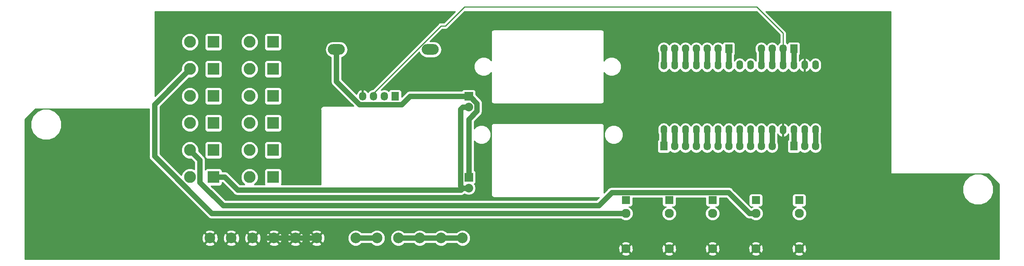
<source format=gtl>
G04 #@! TF.GenerationSoftware,KiCad,Pcbnew,5.0.0-rc2*
G04 #@! TF.CreationDate,2019-08-13T00:47:33-04:00*
G04 #@! TF.ProjectId,pcb,7063622E6B696361645F706362000000,rev?*
G04 #@! TF.SameCoordinates,Original*
G04 #@! TF.FileFunction,Copper,L1,Top,Signal*
G04 #@! TF.FilePolarity,Positive*
%FSLAX46Y46*%
G04 Gerber Fmt 4.6, Leading zero omitted, Abs format (unit mm)*
G04 Created by KiCad (PCBNEW 5.0.0-rc2) date Tue Aug 13 00:47:33 2019*
%MOMM*%
%LPD*%
G01*
G04 APERTURE LIST*
G04 #@! TA.AperFunction,ComponentPad*
%ADD10C,2.130000*%
G04 #@! TD*
G04 #@! TA.AperFunction,ComponentPad*
%ADD11R,1.930000X1.830000*%
G04 #@! TD*
G04 #@! TA.AperFunction,ComponentPad*
%ADD12C,2.800000*%
G04 #@! TD*
G04 #@! TA.AperFunction,ComponentPad*
%ADD13R,2.800000X2.800000*%
G04 #@! TD*
G04 #@! TA.AperFunction,ComponentPad*
%ADD14O,4.000500X2.499360*%
G04 #@! TD*
G04 #@! TA.AperFunction,ComponentPad*
%ADD15O,2.032000X2.032000*%
G04 #@! TD*
G04 #@! TA.AperFunction,ComponentPad*
%ADD16R,2.032000X2.032000*%
G04 #@! TD*
G04 #@! TA.AperFunction,ComponentPad*
%ADD17C,2.500000*%
G04 #@! TD*
G04 #@! TA.AperFunction,ComponentPad*
%ADD18O,1.524000X2.199640*%
G04 #@! TD*
G04 #@! TA.AperFunction,ComponentPad*
%ADD19O,1.524000X2.197100*%
G04 #@! TD*
G04 #@! TA.AperFunction,ComponentPad*
%ADD20R,1.727200X2.032000*%
G04 #@! TD*
G04 #@! TA.AperFunction,ComponentPad*
%ADD21O,1.727200X2.032000*%
G04 #@! TD*
G04 #@! TA.AperFunction,ViaPad*
%ADD22C,0.685800*%
G04 #@! TD*
G04 #@! TA.AperFunction,Conductor*
%ADD23C,0.254000*%
G04 #@! TD*
G04 #@! TA.AperFunction,Conductor*
%ADD24C,1.270000*%
G04 #@! TD*
G04 APERTURE END LIST*
D10*
G04 #@! TO.P,J1,TN*
G04 #@! TO.N,/Front_Lch+*
X163830000Y-75490000D03*
D11*
G04 #@! TO.P,J1,S*
G04 #@! TO.N,N/C*
X163830000Y-72390000D03*
D10*
G04 #@! TO.P,J1,T*
G04 #@! TO.N,GND*
X163830000Y-83790000D03*
G04 #@! TD*
G04 #@! TO.P,J2,T*
G04 #@! TO.N,GND*
X173990000Y-83790000D03*
D11*
G04 #@! TO.P,J2,S*
G04 #@! TO.N,N/C*
X173990000Y-72390000D03*
D10*
G04 #@! TO.P,J2,TN*
G04 #@! TO.N,/Front_Rch+*
X173990000Y-75490000D03*
G04 #@! TD*
G04 #@! TO.P,J3,T*
G04 #@! TO.N,GND*
X184150000Y-83790000D03*
D11*
G04 #@! TO.P,J3,S*
G04 #@! TO.N,N/C*
X184150000Y-72390000D03*
D10*
G04 #@! TO.P,J3,TN*
G04 #@! TO.N,/Rear_Lch+*
X184150000Y-75490000D03*
G04 #@! TD*
G04 #@! TO.P,J4,TN*
G04 #@! TO.N,/Rear_Rch+*
X194310000Y-75490000D03*
D11*
G04 #@! TO.P,J4,S*
G04 #@! TO.N,N/C*
X194310000Y-72390000D03*
D10*
G04 #@! TO.P,J4,T*
G04 #@! TO.N,GND*
X194310000Y-83790000D03*
G04 #@! TD*
G04 #@! TO.P,J5,TN*
G04 #@! TO.N,N/C*
X204470000Y-75490000D03*
D11*
G04 #@! TO.P,J5,S*
X204470000Y-72390000D03*
D10*
G04 #@! TO.P,J5,T*
G04 #@! TO.N,GND*
X204470000Y-83790000D03*
G04 #@! TD*
D12*
G04 #@! TO.P,P1,2*
G04 #@! TO.N,/BATT12V+*
X75630400Y-35225500D03*
D13*
G04 #@! TO.P,P1,1*
G04 #@! TO.N,Net-(P1-Pad1)*
X81130400Y-35225500D03*
G04 #@! TD*
G04 #@! TO.P,P2,1*
G04 #@! TO.N,Net-(P2-Pad1)*
X81130400Y-41575500D03*
D12*
G04 #@! TO.P,P2,2*
G04 #@! TO.N,N/C*
X75630400Y-41575500D03*
G04 #@! TD*
G04 #@! TO.P,P3,2*
G04 #@! TO.N,/+BCH*
X75630400Y-47925500D03*
D13*
G04 #@! TO.P,P3,1*
G04 #@! TO.N,/SW+12V*
X81130400Y-47925500D03*
G04 #@! TD*
G04 #@! TO.P,P4,1*
G04 #@! TO.N,N/C*
X81130400Y-54275500D03*
D12*
G04 #@! TO.P,P4,2*
G04 #@! TO.N,/DIM+*
X75630400Y-54275500D03*
G04 #@! TD*
G04 #@! TO.P,P5,2*
G04 #@! TO.N,/DIN-*
X75630400Y-60625500D03*
D13*
G04 #@! TO.P,P5,1*
G04 #@! TO.N,Net-(P5-Pad1)*
X81130400Y-60625500D03*
G04 #@! TD*
G04 #@! TO.P,P6,1*
G04 #@! TO.N,N/C*
X81130400Y-66975500D03*
D12*
G04 #@! TO.P,P6,2*
G04 #@! TO.N,/AMP_SENS*
X75630400Y-66975500D03*
G04 #@! TD*
G04 #@! TO.P,P7,2*
G04 #@! TO.N,Net-(P7-Pad2)*
X61660400Y-35225500D03*
D13*
G04 #@! TO.P,P7,1*
G04 #@! TO.N,Net-(P7-Pad1)*
X67160400Y-35225500D03*
G04 #@! TD*
G04 #@! TO.P,P8,1*
G04 #@! TO.N,/Rear_Lch+*
X67160400Y-41575500D03*
D12*
G04 #@! TO.P,P8,2*
G04 #@! TO.N,/Front_Lch+*
X61660400Y-41575500D03*
G04 #@! TD*
D13*
G04 #@! TO.P,P9,1*
G04 #@! TO.N,/Rear_Lch-*
X67160400Y-47925500D03*
D12*
G04 #@! TO.P,P9,2*
G04 #@! TO.N,/Front_Lch-*
X61660400Y-47925500D03*
G04 #@! TD*
G04 #@! TO.P,P10,2*
G04 #@! TO.N,/Rear_Rch-*
X61660400Y-54275500D03*
D13*
G04 #@! TO.P,P10,1*
G04 #@! TO.N,/Front_Rch-*
X67160400Y-54275500D03*
G04 #@! TD*
G04 #@! TO.P,P11,1*
G04 #@! TO.N,/Front_Rch+*
X67160400Y-60625500D03*
D12*
G04 #@! TO.P,P11,2*
G04 #@! TO.N,/Rear_Rch+*
X61660400Y-60625500D03*
G04 #@! TD*
G04 #@! TO.P,P12,2*
G04 #@! TO.N,/PARK*
X61660400Y-66975500D03*
D13*
G04 #@! TO.P,P12,1*
G04 #@! TO.N,/BATGROUND*
X67160400Y-66975500D03*
G04 #@! TD*
D14*
G04 #@! TO.P,F1,2*
G04 #@! TO.N,+12V*
X118000740Y-37000000D03*
G04 #@! TO.P,F1,1*
G04 #@! TO.N,/IGN12V+*
X95999260Y-37000000D03*
G04 #@! TD*
D15*
G04 #@! TO.P,P13,2*
G04 #@! TO.N,/BATGROUND*
X127000000Y-50540000D03*
D16*
G04 #@! TO.P,P13,1*
G04 #@! TO.N,/IGN12V+*
X127000000Y-48000000D03*
G04 #@! TD*
G04 #@! TO.P,P14,1*
G04 #@! TO.N,/IGN12V+*
X127000000Y-67000000D03*
D15*
G04 #@! TO.P,P14,2*
G04 #@! TO.N,/BATGROUND*
X127000000Y-69540000D03*
G04 #@! TD*
D17*
G04 #@! TO.P,P15,2*
G04 #@! TO.N,+12V*
X120530000Y-81280000D03*
G04 #@! TO.P,P15,1*
X125530000Y-81280000D03*
G04 #@! TO.P,P15,3*
X115530000Y-81280000D03*
G04 #@! TO.P,P15,4*
X110530000Y-81280000D03*
G04 #@! TO.P,P15,5*
X105530000Y-81280000D03*
G04 #@! TO.P,P15,6*
X100530000Y-81280000D03*
G04 #@! TD*
G04 #@! TO.P,P16,6*
G04 #@! TO.N,GND*
X66360000Y-81280000D03*
G04 #@! TO.P,P16,5*
X71360000Y-81280000D03*
G04 #@! TO.P,P16,4*
X76360000Y-81280000D03*
G04 #@! TO.P,P16,3*
X81360000Y-81280000D03*
G04 #@! TO.P,P16,1*
X91360000Y-81280000D03*
G04 #@! TO.P,P16,2*
X86360000Y-81280000D03*
G04 #@! TD*
D18*
G04 #@! TO.P,J6,1*
G04 #@! TO.N,/duid1*
X208280000Y-55880000D03*
G04 #@! TO.P,J6,2*
G04 #@! TO.N,/duid0*
X205740000Y-55880000D03*
G04 #@! TO.P,J6,3*
G04 #@! TO.N,/duireset*
X203200000Y-55880000D03*
G04 #@! TO.P,J6,4*
G04 #@! TO.N,GND*
X200660000Y-55880000D03*
G04 #@! TO.P,J6,5*
G04 #@! TO.N,/duid2*
X198120000Y-55880000D03*
G04 #@! TO.P,J6,6*
G04 #@! TO.N,/duid3*
X195580000Y-55880000D03*
G04 #@! TO.P,J6,7*
G04 #@! TO.N,/duid4*
X193040000Y-55880000D03*
G04 #@! TO.P,J6,8*
G04 #@! TO.N,/duid5*
X190500000Y-55880000D03*
G04 #@! TO.P,J6,9*
G04 #@! TO.N,/duid6*
X187960000Y-55880000D03*
G04 #@! TO.P,J6,10*
G04 #@! TO.N,/duid7*
X185420000Y-55880000D03*
G04 #@! TO.P,J6,11*
G04 #@! TO.N,/duid8*
X182880000Y-55880000D03*
G04 #@! TO.P,J6,12*
G04 #@! TO.N,/duid9*
X180340000Y-55880000D03*
G04 #@! TO.P,J6,13*
G04 #@! TO.N,/duid10*
X177800000Y-55880000D03*
G04 #@! TO.P,J6,14*
G04 #@! TO.N,/duid11*
X175260000Y-55880000D03*
G04 #@! TO.P,J6,15*
G04 #@! TO.N,/duid12*
X172720000Y-55880000D03*
G04 #@! TO.P,J6,16*
G04 #@! TO.N,/duid13*
X172720000Y-40640000D03*
G04 #@! TO.P,J6,17*
G04 #@! TO.N,/dui3v3*
X175260000Y-40640000D03*
G04 #@! TO.P,J6,18*
G04 #@! TO.N,/duiaref*
X177800000Y-40640000D03*
G04 #@! TO.P,J6,19*
G04 #@! TO.N,/duia0*
X180340000Y-40640000D03*
D19*
G04 #@! TO.P,J6,20*
G04 #@! TO.N,/duia1*
X182880000Y-40640000D03*
G04 #@! TO.P,J6,21*
G04 #@! TO.N,/duia2*
X185420000Y-40640000D03*
G04 #@! TO.P,J6,22*
G04 #@! TO.N,/duia3*
X187960000Y-40640000D03*
G04 #@! TO.P,J6,23*
G04 #@! TO.N,/SDATA*
X190500000Y-40640000D03*
G04 #@! TO.P,J6,24*
G04 #@! TO.N,/SCLK*
X193040000Y-40640000D03*
G04 #@! TO.P,J6,25*
G04 #@! TO.N,/duia6*
X195580000Y-40640000D03*
G04 #@! TO.P,J6,26*
G04 #@! TO.N,/duia7*
X198120000Y-40640000D03*
G04 #@! TO.P,J6,27*
G04 #@! TO.N,/dui5v*
X200660000Y-40640000D03*
G04 #@! TO.P,J6,28*
G04 #@! TO.N,/duireset*
X203200000Y-40640000D03*
G04 #@! TO.P,J6,29*
G04 #@! TO.N,GND*
X205740000Y-40640000D03*
G04 #@! TO.P,J6,30*
G04 #@! TO.N,+12V*
X208280000Y-40640000D03*
G04 #@! TD*
D20*
G04 #@! TO.P,P17,1*
G04 #@! TO.N,/duireset*
X203200000Y-59690000D03*
D21*
G04 #@! TO.P,P17,2*
G04 #@! TO.N,/duid0*
X205740000Y-59690000D03*
G04 #@! TO.P,P17,3*
G04 #@! TO.N,/duid1*
X208280000Y-59690000D03*
G04 #@! TD*
D20*
G04 #@! TO.P,P18,1*
G04 #@! TO.N,/duid12*
X172720000Y-59690000D03*
D21*
G04 #@! TO.P,P18,2*
G04 #@! TO.N,/duid11*
X175260000Y-59690000D03*
G04 #@! TO.P,P18,3*
G04 #@! TO.N,/duid10*
X177800000Y-59690000D03*
G04 #@! TO.P,P18,4*
G04 #@! TO.N,/duid9*
X180340000Y-59690000D03*
G04 #@! TO.P,P18,5*
G04 #@! TO.N,/duid8*
X182880000Y-59690000D03*
G04 #@! TO.P,P18,6*
G04 #@! TO.N,/duid7*
X185420000Y-59690000D03*
G04 #@! TO.P,P18,7*
G04 #@! TO.N,/duid6*
X187960000Y-59690000D03*
G04 #@! TO.P,P18,8*
G04 #@! TO.N,/duid5*
X190500000Y-59690000D03*
G04 #@! TO.P,P18,9*
G04 #@! TO.N,/duid4*
X193040000Y-59690000D03*
G04 #@! TO.P,P18,10*
G04 #@! TO.N,/duid3*
X195580000Y-59690000D03*
G04 #@! TO.P,P18,11*
G04 #@! TO.N,/duid2*
X198120000Y-59690000D03*
G04 #@! TD*
D20*
G04 #@! TO.P,P19,1*
G04 #@! TO.N,/duireset*
X203200000Y-36830000D03*
D21*
G04 #@! TO.P,P19,2*
G04 #@! TO.N,/dui5v*
X200660000Y-36830000D03*
G04 #@! TO.P,P19,3*
G04 #@! TO.N,/duia7*
X198120000Y-36830000D03*
G04 #@! TO.P,P19,4*
G04 #@! TO.N,/duia6*
X195580000Y-36830000D03*
G04 #@! TD*
D20*
G04 #@! TO.P,P20,1*
G04 #@! TO.N,/duia3*
X187960000Y-36830000D03*
D21*
G04 #@! TO.P,P20,2*
G04 #@! TO.N,/duia2*
X185420000Y-36830000D03*
G04 #@! TO.P,P20,3*
G04 #@! TO.N,/duia1*
X182880000Y-36830000D03*
G04 #@! TO.P,P20,4*
G04 #@! TO.N,/duia0*
X180340000Y-36830000D03*
G04 #@! TO.P,P20,5*
G04 #@! TO.N,/duiaref*
X177800000Y-36830000D03*
G04 #@! TO.P,P20,6*
G04 #@! TO.N,/dui3v3*
X175260000Y-36830000D03*
G04 #@! TO.P,P20,7*
G04 #@! TO.N,/duid13*
X172720000Y-36830000D03*
G04 #@! TD*
G04 #@! TO.P,P21,4*
G04 #@! TO.N,GND*
X102130000Y-48000000D03*
G04 #@! TO.P,P21,3*
G04 #@! TO.N,/dui5v*
X104670000Y-48000000D03*
G04 #@! TO.P,P21,2*
G04 #@! TO.N,/SCLK*
X107210000Y-48000000D03*
D20*
G04 #@! TO.P,P21,1*
G04 #@! TO.N,/SDATA*
X109750000Y-48000000D03*
G04 #@! TD*
D22*
G04 #@! TO.N,GND*
X104140000Y-43180000D03*
X114300000Y-43180000D03*
X91440000Y-43180000D03*
X119380000Y-43180000D03*
X111760000Y-43180000D03*
X116840000Y-43180000D03*
X106680000Y-43180000D03*
X88900000Y-43180000D03*
G04 #@! TD*
D23*
G04 #@! TO.N,+12V*
X118000700Y-37000000D02*
X118001000Y-37000000D01*
D24*
X120530000Y-81280000D02*
X115530000Y-81280000D01*
X125530000Y-81280000D02*
X120530000Y-81280000D01*
X114000000Y-81280000D02*
X115530000Y-81280000D01*
X110530000Y-81280000D02*
X114000000Y-81280000D01*
X115530000Y-81280000D02*
X114000000Y-81280000D01*
X115530000Y-81280000D02*
X120530000Y-81280000D01*
X105530000Y-81280000D02*
X100530000Y-81280000D01*
X118286000Y-37000000D02*
X118001000Y-37000000D01*
G04 #@! TO.N,/Front_Lch+*
X66787178Y-75490000D02*
X53340000Y-62042822D01*
X163830000Y-75490000D02*
X66787178Y-75490000D01*
X53340000Y-49895900D02*
X61660400Y-41575500D01*
X53340000Y-62042822D02*
X53340000Y-49895900D01*
G04 #@! TO.N,/Rear_Rch+*
X187899862Y-70585999D02*
X160554001Y-70585999D01*
X192803863Y-75490000D02*
X187899862Y-70585999D01*
X194310000Y-75490000D02*
X192803863Y-75490000D01*
X160554001Y-70585999D02*
X157480000Y-73660000D01*
X63060399Y-62025499D02*
X61660400Y-60625500D01*
X63949401Y-62914501D02*
X63060399Y-62025499D01*
X63949401Y-68164703D02*
X63949401Y-62914501D01*
X69444698Y-73660000D02*
X63949401Y-68164703D01*
X157480000Y-73660000D02*
X69444698Y-73660000D01*
G04 #@! TO.N,GND*
X86360000Y-81280000D02*
X81360000Y-81280000D01*
X91360000Y-81280000D02*
X86360000Y-81280000D01*
X86360000Y-81280000D02*
X91360000Y-81280000D01*
X81360000Y-81280000D02*
X86360000Y-81280000D01*
X81360000Y-81280000D02*
X80000000Y-81280000D01*
G04 #@! TO.N,/IGN12V+*
X127000000Y-48000000D02*
X113230000Y-48000000D01*
X113230000Y-48000000D02*
X111325000Y-49905000D01*
X111325000Y-49905000D02*
X101404000Y-49905000D01*
X101404000Y-49905000D02*
X95999300Y-44500200D01*
X95999300Y-44500200D02*
X95999300Y-37000000D01*
X127000000Y-67000000D02*
X127000000Y-53359400D01*
X127000000Y-53359400D02*
X128905000Y-51454400D01*
X128905000Y-51454400D02*
X128905000Y-49625600D01*
X128905000Y-49625600D02*
X127279000Y-48000000D01*
X127279000Y-48000000D02*
X127000000Y-48000000D01*
G04 #@! TO.N,/BATGROUND*
X127000000Y-50540000D02*
X125563000Y-50540000D01*
X125563000Y-50540000D02*
X125095000Y-51008200D01*
X125095000Y-51008200D02*
X125095000Y-69071800D01*
X125095000Y-69071800D02*
X125563000Y-69540000D01*
X125563000Y-69540000D02*
X127000000Y-69540000D01*
X67160400Y-66975500D02*
X69830400Y-66975500D01*
X69830400Y-66975500D02*
X72820100Y-69965200D01*
X72820100Y-69965200D02*
X125138000Y-69965200D01*
X125138000Y-69965200D02*
X125563000Y-69540000D01*
G04 #@! TO.N,/duid1*
X208280000Y-55880000D02*
X208280000Y-59690000D01*
G04 #@! TO.N,/duid0*
X205740000Y-55880000D02*
X205740000Y-59690000D01*
G04 #@! TO.N,/duireset*
X203200000Y-55880000D02*
X203200000Y-59690000D01*
X203200000Y-36830000D02*
X203200000Y-40640000D01*
G04 #@! TO.N,/duid2*
X198120000Y-59690000D02*
X198120000Y-55880000D01*
G04 #@! TO.N,/duid3*
X195580000Y-55880000D02*
X195580000Y-59690000D01*
G04 #@! TO.N,/duid4*
X193040000Y-59690000D02*
X193040000Y-55880000D01*
G04 #@! TO.N,/duid5*
X190500000Y-55880000D02*
X190500000Y-59690000D01*
G04 #@! TO.N,/duid6*
X187960000Y-59690000D02*
X187960000Y-55880000D01*
G04 #@! TO.N,/duid7*
X185420000Y-55880000D02*
X185420000Y-59690000D01*
G04 #@! TO.N,/duid8*
X182880000Y-59690000D02*
X182880000Y-55880000D01*
G04 #@! TO.N,/duid9*
X180340000Y-55880000D02*
X180340000Y-59690000D01*
G04 #@! TO.N,/duid10*
X177800000Y-59690000D02*
X177800000Y-55880000D01*
G04 #@! TO.N,/duid11*
X175260000Y-55880000D02*
X175260000Y-59690000D01*
G04 #@! TO.N,/duid12*
X172720000Y-59690000D02*
X172720000Y-55880000D01*
G04 #@! TO.N,/duid13*
X172720000Y-36830000D02*
X172720000Y-40640000D01*
G04 #@! TO.N,/dui3v3*
X175260000Y-36830000D02*
X175260000Y-40640000D01*
G04 #@! TO.N,/duiaref*
X177800000Y-36830000D02*
X177800000Y-40640000D01*
G04 #@! TO.N,/duia0*
X180340000Y-36830000D02*
X180340000Y-40640000D01*
G04 #@! TO.N,/duia1*
X182880000Y-36830000D02*
X182880000Y-40640000D01*
G04 #@! TO.N,/duia2*
X185420000Y-36830000D02*
X185420000Y-40640000D01*
G04 #@! TO.N,/duia3*
X187960000Y-36830000D02*
X187960000Y-40640000D01*
G04 #@! TO.N,/duia6*
X195580000Y-36830000D02*
X195580000Y-40640000D01*
G04 #@! TO.N,/duia7*
X198120000Y-36830000D02*
X198120000Y-40640000D01*
D23*
G04 #@! TO.N,/dui5v*
X104670000Y-48000000D02*
X104670000Y-47274000D01*
X104670000Y-47274000D02*
X120500000Y-31444000D01*
X120500000Y-31444000D02*
X121556000Y-31444000D01*
X121556000Y-31444000D02*
X126000000Y-27000000D01*
X126000000Y-27000000D02*
X194500000Y-27000000D01*
X194500000Y-27000000D02*
X200660000Y-33160000D01*
X200660000Y-33160000D02*
X200660000Y-36830000D01*
D24*
X200660000Y-36830000D02*
X200660000Y-40640000D01*
G04 #@! TD*
D23*
G04 #@! TO.N,GND*
G36*
X199898000Y-33475631D02*
X199898001Y-35384402D01*
X199579571Y-35597170D01*
X199390000Y-35880882D01*
X199200430Y-35597171D01*
X198704725Y-35265951D01*
X198120000Y-35149641D01*
X197535276Y-35265950D01*
X197039571Y-35597170D01*
X196850000Y-35880882D01*
X196660430Y-35597171D01*
X196164725Y-35265951D01*
X195580000Y-35149641D01*
X194995276Y-35265950D01*
X194499571Y-35597170D01*
X194168351Y-36092875D01*
X194081401Y-36530002D01*
X194081400Y-37129997D01*
X194168350Y-37567124D01*
X194310000Y-37779118D01*
X194310001Y-39689608D01*
X194310000Y-39689609D01*
X194047180Y-39296271D01*
X193585082Y-38987507D01*
X193040000Y-38879082D01*
X192494919Y-38987506D01*
X192032821Y-39296270D01*
X191770000Y-39689609D01*
X191507180Y-39296271D01*
X191045082Y-38987507D01*
X190500000Y-38879082D01*
X189954919Y-38987506D01*
X189492821Y-39296270D01*
X189230000Y-39689609D01*
X189229999Y-38338160D01*
X189281409Y-38303809D01*
X189421757Y-38093765D01*
X189471040Y-37846000D01*
X189471040Y-35814000D01*
X189421757Y-35566235D01*
X189281409Y-35356191D01*
X189071365Y-35215843D01*
X188823600Y-35166560D01*
X187096400Y-35166560D01*
X186848635Y-35215843D01*
X186638591Y-35356191D01*
X186498243Y-35566235D01*
X186493068Y-35592252D01*
X186004725Y-35265951D01*
X185420000Y-35149641D01*
X184835276Y-35265950D01*
X184339571Y-35597170D01*
X184150000Y-35880882D01*
X183960430Y-35597171D01*
X183464725Y-35265951D01*
X182880000Y-35149641D01*
X182295276Y-35265950D01*
X181799571Y-35597170D01*
X181610000Y-35880882D01*
X181420430Y-35597171D01*
X180924725Y-35265951D01*
X180340000Y-35149641D01*
X179755276Y-35265950D01*
X179259571Y-35597170D01*
X179070000Y-35880882D01*
X178880430Y-35597171D01*
X178384725Y-35265951D01*
X177800000Y-35149641D01*
X177215276Y-35265950D01*
X176719571Y-35597170D01*
X176530000Y-35880882D01*
X176340430Y-35597171D01*
X175844725Y-35265951D01*
X175260000Y-35149641D01*
X174675276Y-35265950D01*
X174179571Y-35597170D01*
X173990000Y-35880882D01*
X173800430Y-35597171D01*
X173304725Y-35265951D01*
X172720000Y-35149641D01*
X172135276Y-35265950D01*
X171639571Y-35597170D01*
X171308351Y-36092875D01*
X171221401Y-36530002D01*
X171221400Y-37129997D01*
X171308350Y-37567124D01*
X171450000Y-37779118D01*
X171450001Y-39688338D01*
X171404057Y-39757098D01*
X171323001Y-40164592D01*
X171323000Y-41115407D01*
X171404056Y-41522901D01*
X171712820Y-41984999D01*
X172174918Y-42293763D01*
X172720000Y-42402188D01*
X173265081Y-42293764D01*
X173727179Y-41985000D01*
X173990000Y-41591661D01*
X174252820Y-41984999D01*
X174714918Y-42293763D01*
X175260000Y-42402188D01*
X175805081Y-42293764D01*
X176267179Y-41985000D01*
X176530000Y-41591661D01*
X176792820Y-41984999D01*
X177254918Y-42293763D01*
X177800000Y-42402188D01*
X178345081Y-42293764D01*
X178807179Y-41985000D01*
X179070000Y-41591661D01*
X179332820Y-41984999D01*
X179794918Y-42293763D01*
X180340000Y-42402188D01*
X180885081Y-42293764D01*
X181347179Y-41985000D01*
X181610424Y-41591026D01*
X181872820Y-41983729D01*
X182334918Y-42292493D01*
X182880000Y-42400918D01*
X183425081Y-42292494D01*
X183887179Y-41983730D01*
X184150000Y-41590391D01*
X184412820Y-41983729D01*
X184874918Y-42292493D01*
X185420000Y-42400918D01*
X185965081Y-42292494D01*
X186427179Y-41983730D01*
X186690000Y-41590391D01*
X186952820Y-41983729D01*
X187414918Y-42292493D01*
X187960000Y-42400918D01*
X188505081Y-42292494D01*
X188967179Y-41983730D01*
X189230000Y-41590391D01*
X189492820Y-41983729D01*
X189954918Y-42292493D01*
X190500000Y-42400918D01*
X191045081Y-42292494D01*
X191507179Y-41983730D01*
X191770000Y-41590391D01*
X192032820Y-41983729D01*
X192494918Y-42292493D01*
X193040000Y-42400918D01*
X193585081Y-42292494D01*
X194047179Y-41983730D01*
X194310000Y-41590391D01*
X194572820Y-41983729D01*
X195034918Y-42292493D01*
X195580000Y-42400918D01*
X196125081Y-42292494D01*
X196587179Y-41983730D01*
X196850000Y-41590391D01*
X197112820Y-41983729D01*
X197574918Y-42292493D01*
X198120000Y-42400918D01*
X198665081Y-42292494D01*
X199127179Y-41983730D01*
X199390000Y-41590391D01*
X199652820Y-41983729D01*
X200114918Y-42292493D01*
X200660000Y-42400918D01*
X201205081Y-42292494D01*
X201667179Y-41983730D01*
X201930000Y-41590391D01*
X202192820Y-41983729D01*
X202654918Y-42292493D01*
X203200000Y-42400918D01*
X203745081Y-42292494D01*
X204207179Y-41983730D01*
X204481580Y-41573060D01*
X204497941Y-41628491D01*
X204841974Y-42054180D01*
X205322723Y-42315810D01*
X205396930Y-42330770D01*
X205613000Y-42208270D01*
X205613000Y-40767000D01*
X205593000Y-40767000D01*
X205593000Y-40513000D01*
X205613000Y-40513000D01*
X205613000Y-39071730D01*
X205867000Y-39071730D01*
X205867000Y-40513000D01*
X205887000Y-40513000D01*
X205887000Y-40767000D01*
X205867000Y-40767000D01*
X205867000Y-42208270D01*
X206083070Y-42330770D01*
X206157277Y-42315810D01*
X206638026Y-42054180D01*
X206982059Y-41628491D01*
X206998420Y-41573060D01*
X207272820Y-41983729D01*
X207734918Y-42292493D01*
X208280000Y-42400918D01*
X208825081Y-42292494D01*
X209287179Y-41983730D01*
X209595943Y-41521632D01*
X209676999Y-41114138D01*
X209677000Y-40165863D01*
X209595944Y-39758369D01*
X209287180Y-39296271D01*
X208825082Y-38987507D01*
X208280000Y-38879082D01*
X207734919Y-38987506D01*
X207272821Y-39296270D01*
X206998420Y-39706940D01*
X206982059Y-39651509D01*
X206638026Y-39225820D01*
X206157277Y-38964190D01*
X206083070Y-38949230D01*
X205867000Y-39071730D01*
X205613000Y-39071730D01*
X205396930Y-38949230D01*
X205322723Y-38964190D01*
X204841974Y-39225820D01*
X204497941Y-39651509D01*
X204481580Y-39706940D01*
X204470000Y-39689609D01*
X204469999Y-38338160D01*
X204521409Y-38303809D01*
X204661757Y-38093765D01*
X204711040Y-37846000D01*
X204711040Y-35814000D01*
X204661757Y-35566235D01*
X204521409Y-35356191D01*
X204311365Y-35215843D01*
X204063600Y-35166560D01*
X202336400Y-35166560D01*
X202088635Y-35215843D01*
X201878591Y-35356191D01*
X201738243Y-35566235D01*
X201733068Y-35592252D01*
X201422000Y-35384402D01*
X201421999Y-33235052D01*
X201436928Y-33160000D01*
X201377787Y-32862682D01*
X201251882Y-32674251D01*
X201251878Y-32674247D01*
X201209370Y-32610629D01*
X201145751Y-32568120D01*
X196644630Y-28067000D01*
X225933000Y-28067000D01*
X225933000Y-66040000D01*
X225942667Y-66088601D01*
X225970197Y-66129803D01*
X226011399Y-66157333D01*
X226060000Y-66167000D01*
X248867394Y-66167000D01*
X251333000Y-68632606D01*
X251333000Y-86233000D01*
X22987000Y-86233000D01*
X22987000Y-84989554D01*
X162810052Y-84989554D01*
X162916673Y-85263152D01*
X163549947Y-85500530D01*
X164225856Y-85477495D01*
X164743327Y-85263152D01*
X164849948Y-84989554D01*
X172970052Y-84989554D01*
X173076673Y-85263152D01*
X173709947Y-85500530D01*
X174385856Y-85477495D01*
X174903327Y-85263152D01*
X175009948Y-84989554D01*
X183130052Y-84989554D01*
X183236673Y-85263152D01*
X183869947Y-85500530D01*
X184545856Y-85477495D01*
X185063327Y-85263152D01*
X185169948Y-84989554D01*
X193290052Y-84989554D01*
X193396673Y-85263152D01*
X194029947Y-85500530D01*
X194705856Y-85477495D01*
X195223327Y-85263152D01*
X195329948Y-84989554D01*
X203450052Y-84989554D01*
X203556673Y-85263152D01*
X204189947Y-85500530D01*
X204865856Y-85477495D01*
X205383327Y-85263152D01*
X205489948Y-84989554D01*
X204470000Y-83969605D01*
X203450052Y-84989554D01*
X195329948Y-84989554D01*
X194310000Y-83969605D01*
X193290052Y-84989554D01*
X185169948Y-84989554D01*
X184150000Y-83969605D01*
X183130052Y-84989554D01*
X175009948Y-84989554D01*
X173990000Y-83969605D01*
X172970052Y-84989554D01*
X164849948Y-84989554D01*
X163830000Y-83969605D01*
X162810052Y-84989554D01*
X22987000Y-84989554D01*
X22987000Y-83509947D01*
X162119470Y-83509947D01*
X162142505Y-84185856D01*
X162356848Y-84703327D01*
X162630446Y-84809948D01*
X163650395Y-83790000D01*
X164009605Y-83790000D01*
X165029554Y-84809948D01*
X165303152Y-84703327D01*
X165540530Y-84070053D01*
X165521442Y-83509947D01*
X172279470Y-83509947D01*
X172302505Y-84185856D01*
X172516848Y-84703327D01*
X172790446Y-84809948D01*
X173810395Y-83790000D01*
X174169605Y-83790000D01*
X175189554Y-84809948D01*
X175463152Y-84703327D01*
X175700530Y-84070053D01*
X175681442Y-83509947D01*
X182439470Y-83509947D01*
X182462505Y-84185856D01*
X182676848Y-84703327D01*
X182950446Y-84809948D01*
X183970395Y-83790000D01*
X184329605Y-83790000D01*
X185349554Y-84809948D01*
X185623152Y-84703327D01*
X185860530Y-84070053D01*
X185841442Y-83509947D01*
X192599470Y-83509947D01*
X192622505Y-84185856D01*
X192836848Y-84703327D01*
X193110446Y-84809948D01*
X194130395Y-83790000D01*
X194489605Y-83790000D01*
X195509554Y-84809948D01*
X195783152Y-84703327D01*
X196020530Y-84070053D01*
X196001442Y-83509947D01*
X202759470Y-83509947D01*
X202782505Y-84185856D01*
X202996848Y-84703327D01*
X203270446Y-84809948D01*
X204290395Y-83790000D01*
X204649605Y-83790000D01*
X205669554Y-84809948D01*
X205943152Y-84703327D01*
X206180530Y-84070053D01*
X206157495Y-83394144D01*
X205943152Y-82876673D01*
X205669554Y-82770052D01*
X204649605Y-83790000D01*
X204290395Y-83790000D01*
X203270446Y-82770052D01*
X202996848Y-82876673D01*
X202759470Y-83509947D01*
X196001442Y-83509947D01*
X195997495Y-83394144D01*
X195783152Y-82876673D01*
X195509554Y-82770052D01*
X194489605Y-83790000D01*
X194130395Y-83790000D01*
X193110446Y-82770052D01*
X192836848Y-82876673D01*
X192599470Y-83509947D01*
X185841442Y-83509947D01*
X185837495Y-83394144D01*
X185623152Y-82876673D01*
X185349554Y-82770052D01*
X184329605Y-83790000D01*
X183970395Y-83790000D01*
X182950446Y-82770052D01*
X182676848Y-82876673D01*
X182439470Y-83509947D01*
X175681442Y-83509947D01*
X175677495Y-83394144D01*
X175463152Y-82876673D01*
X175189554Y-82770052D01*
X174169605Y-83790000D01*
X173810395Y-83790000D01*
X172790446Y-82770052D01*
X172516848Y-82876673D01*
X172279470Y-83509947D01*
X165521442Y-83509947D01*
X165517495Y-83394144D01*
X165303152Y-82876673D01*
X165029554Y-82770052D01*
X164009605Y-83790000D01*
X163650395Y-83790000D01*
X162630446Y-82770052D01*
X162356848Y-82876673D01*
X162119470Y-83509947D01*
X22987000Y-83509947D01*
X22987000Y-82613320D01*
X65206285Y-82613320D01*
X65335533Y-82906123D01*
X66035806Y-83174388D01*
X66785435Y-83154250D01*
X67384467Y-82906123D01*
X67513715Y-82613320D01*
X70206285Y-82613320D01*
X70335533Y-82906123D01*
X71035806Y-83174388D01*
X71785435Y-83154250D01*
X72384467Y-82906123D01*
X72513715Y-82613320D01*
X75206285Y-82613320D01*
X75335533Y-82906123D01*
X76035806Y-83174388D01*
X76785435Y-83154250D01*
X77384467Y-82906123D01*
X77513715Y-82613320D01*
X80206285Y-82613320D01*
X80335533Y-82906123D01*
X81035806Y-83174388D01*
X81785435Y-83154250D01*
X82384467Y-82906123D01*
X82513715Y-82613320D01*
X85206285Y-82613320D01*
X85335533Y-82906123D01*
X86035806Y-83174388D01*
X86785435Y-83154250D01*
X87384467Y-82906123D01*
X87513715Y-82613320D01*
X90206285Y-82613320D01*
X90335533Y-82906123D01*
X91035806Y-83174388D01*
X91785435Y-83154250D01*
X92384467Y-82906123D01*
X92513715Y-82613320D01*
X91360000Y-81459605D01*
X90206285Y-82613320D01*
X87513715Y-82613320D01*
X86360000Y-81459605D01*
X85206285Y-82613320D01*
X82513715Y-82613320D01*
X81360000Y-81459605D01*
X80206285Y-82613320D01*
X77513715Y-82613320D01*
X76360000Y-81459605D01*
X75206285Y-82613320D01*
X72513715Y-82613320D01*
X71360000Y-81459605D01*
X70206285Y-82613320D01*
X67513715Y-82613320D01*
X66360000Y-81459605D01*
X65206285Y-82613320D01*
X22987000Y-82613320D01*
X22987000Y-80955806D01*
X64465612Y-80955806D01*
X64485750Y-81705435D01*
X64733877Y-82304467D01*
X65026680Y-82433715D01*
X66180395Y-81280000D01*
X66539605Y-81280000D01*
X67693320Y-82433715D01*
X67986123Y-82304467D01*
X68254388Y-81604194D01*
X68236970Y-80955806D01*
X69465612Y-80955806D01*
X69485750Y-81705435D01*
X69733877Y-82304467D01*
X70026680Y-82433715D01*
X71180395Y-81280000D01*
X71539605Y-81280000D01*
X72693320Y-82433715D01*
X72986123Y-82304467D01*
X73254388Y-81604194D01*
X73236970Y-80955806D01*
X74465612Y-80955806D01*
X74485750Y-81705435D01*
X74733877Y-82304467D01*
X75026680Y-82433715D01*
X76180395Y-81280000D01*
X76539605Y-81280000D01*
X77693320Y-82433715D01*
X77986123Y-82304467D01*
X78254388Y-81604194D01*
X78236970Y-80955806D01*
X79465612Y-80955806D01*
X79485750Y-81705435D01*
X79733877Y-82304467D01*
X80026680Y-82433715D01*
X81180395Y-81280000D01*
X81539605Y-81280000D01*
X82693320Y-82433715D01*
X82986123Y-82304467D01*
X83254388Y-81604194D01*
X83236970Y-80955806D01*
X84465612Y-80955806D01*
X84485750Y-81705435D01*
X84733877Y-82304467D01*
X85026680Y-82433715D01*
X86180395Y-81280000D01*
X86539605Y-81280000D01*
X87693320Y-82433715D01*
X87986123Y-82304467D01*
X88254388Y-81604194D01*
X88236970Y-80955806D01*
X89465612Y-80955806D01*
X89485750Y-81705435D01*
X89733877Y-82304467D01*
X90026680Y-82433715D01*
X91180395Y-81280000D01*
X91539605Y-81280000D01*
X92693320Y-82433715D01*
X92986123Y-82304467D01*
X93254388Y-81604194D01*
X93235607Y-80905050D01*
X98645000Y-80905050D01*
X98645000Y-81654950D01*
X98931974Y-82347767D01*
X99462233Y-82878026D01*
X100155050Y-83165000D01*
X100904950Y-83165000D01*
X101597767Y-82878026D01*
X101925793Y-82550000D01*
X104134207Y-82550000D01*
X104462233Y-82878026D01*
X105155050Y-83165000D01*
X105904950Y-83165000D01*
X106597767Y-82878026D01*
X107128026Y-82347767D01*
X107415000Y-81654950D01*
X107415000Y-80905050D01*
X108645000Y-80905050D01*
X108645000Y-81654950D01*
X108931974Y-82347767D01*
X109462233Y-82878026D01*
X110155050Y-83165000D01*
X110904950Y-83165000D01*
X111597767Y-82878026D01*
X111925793Y-82550000D01*
X114134207Y-82550000D01*
X114462233Y-82878026D01*
X115155050Y-83165000D01*
X115904950Y-83165000D01*
X116597767Y-82878026D01*
X116925793Y-82550000D01*
X119134207Y-82550000D01*
X119462233Y-82878026D01*
X120155050Y-83165000D01*
X120904950Y-83165000D01*
X121597767Y-82878026D01*
X121925793Y-82550000D01*
X124134207Y-82550000D01*
X124462233Y-82878026D01*
X125155050Y-83165000D01*
X125904950Y-83165000D01*
X126597767Y-82878026D01*
X126885347Y-82590446D01*
X162810052Y-82590446D01*
X163830000Y-83610395D01*
X164849948Y-82590446D01*
X172970052Y-82590446D01*
X173990000Y-83610395D01*
X175009948Y-82590446D01*
X183130052Y-82590446D01*
X184150000Y-83610395D01*
X185169948Y-82590446D01*
X193290052Y-82590446D01*
X194310000Y-83610395D01*
X195329948Y-82590446D01*
X203450052Y-82590446D01*
X204470000Y-83610395D01*
X205489948Y-82590446D01*
X205383327Y-82316848D01*
X204750053Y-82079470D01*
X204074144Y-82102505D01*
X203556673Y-82316848D01*
X203450052Y-82590446D01*
X195329948Y-82590446D01*
X195223327Y-82316848D01*
X194590053Y-82079470D01*
X193914144Y-82102505D01*
X193396673Y-82316848D01*
X193290052Y-82590446D01*
X185169948Y-82590446D01*
X185063327Y-82316848D01*
X184430053Y-82079470D01*
X183754144Y-82102505D01*
X183236673Y-82316848D01*
X183130052Y-82590446D01*
X175009948Y-82590446D01*
X174903327Y-82316848D01*
X174270053Y-82079470D01*
X173594144Y-82102505D01*
X173076673Y-82316848D01*
X172970052Y-82590446D01*
X164849948Y-82590446D01*
X164743327Y-82316848D01*
X164110053Y-82079470D01*
X163434144Y-82102505D01*
X162916673Y-82316848D01*
X162810052Y-82590446D01*
X126885347Y-82590446D01*
X127128026Y-82347767D01*
X127415000Y-81654950D01*
X127415000Y-80905050D01*
X127128026Y-80212233D01*
X126597767Y-79681974D01*
X125904950Y-79395000D01*
X125155050Y-79395000D01*
X124462233Y-79681974D01*
X124134207Y-80010000D01*
X121925793Y-80010000D01*
X121597767Y-79681974D01*
X120904950Y-79395000D01*
X120155050Y-79395000D01*
X119462233Y-79681974D01*
X119134207Y-80010000D01*
X116925793Y-80010000D01*
X116597767Y-79681974D01*
X115904950Y-79395000D01*
X115155050Y-79395000D01*
X114462233Y-79681974D01*
X114134207Y-80010000D01*
X111925793Y-80010000D01*
X111597767Y-79681974D01*
X110904950Y-79395000D01*
X110155050Y-79395000D01*
X109462233Y-79681974D01*
X108931974Y-80212233D01*
X108645000Y-80905050D01*
X107415000Y-80905050D01*
X107128026Y-80212233D01*
X106597767Y-79681974D01*
X105904950Y-79395000D01*
X105155050Y-79395000D01*
X104462233Y-79681974D01*
X104134207Y-80010000D01*
X101925793Y-80010000D01*
X101597767Y-79681974D01*
X100904950Y-79395000D01*
X100155050Y-79395000D01*
X99462233Y-79681974D01*
X98931974Y-80212233D01*
X98645000Y-80905050D01*
X93235607Y-80905050D01*
X93234250Y-80854565D01*
X92986123Y-80255533D01*
X92693320Y-80126285D01*
X91539605Y-81280000D01*
X91180395Y-81280000D01*
X90026680Y-80126285D01*
X89733877Y-80255533D01*
X89465612Y-80955806D01*
X88236970Y-80955806D01*
X88234250Y-80854565D01*
X87986123Y-80255533D01*
X87693320Y-80126285D01*
X86539605Y-81280000D01*
X86180395Y-81280000D01*
X85026680Y-80126285D01*
X84733877Y-80255533D01*
X84465612Y-80955806D01*
X83236970Y-80955806D01*
X83234250Y-80854565D01*
X82986123Y-80255533D01*
X82693320Y-80126285D01*
X81539605Y-81280000D01*
X81180395Y-81280000D01*
X80026680Y-80126285D01*
X79733877Y-80255533D01*
X79465612Y-80955806D01*
X78236970Y-80955806D01*
X78234250Y-80854565D01*
X77986123Y-80255533D01*
X77693320Y-80126285D01*
X76539605Y-81280000D01*
X76180395Y-81280000D01*
X75026680Y-80126285D01*
X74733877Y-80255533D01*
X74465612Y-80955806D01*
X73236970Y-80955806D01*
X73234250Y-80854565D01*
X72986123Y-80255533D01*
X72693320Y-80126285D01*
X71539605Y-81280000D01*
X71180395Y-81280000D01*
X70026680Y-80126285D01*
X69733877Y-80255533D01*
X69465612Y-80955806D01*
X68236970Y-80955806D01*
X68234250Y-80854565D01*
X67986123Y-80255533D01*
X67693320Y-80126285D01*
X66539605Y-81280000D01*
X66180395Y-81280000D01*
X65026680Y-80126285D01*
X64733877Y-80255533D01*
X64465612Y-80955806D01*
X22987000Y-80955806D01*
X22987000Y-79946680D01*
X65206285Y-79946680D01*
X66360000Y-81100395D01*
X67513715Y-79946680D01*
X70206285Y-79946680D01*
X71360000Y-81100395D01*
X72513715Y-79946680D01*
X75206285Y-79946680D01*
X76360000Y-81100395D01*
X77513715Y-79946680D01*
X80206285Y-79946680D01*
X81360000Y-81100395D01*
X82513715Y-79946680D01*
X85206285Y-79946680D01*
X86360000Y-81100395D01*
X87513715Y-79946680D01*
X90206285Y-79946680D01*
X91360000Y-81100395D01*
X92513715Y-79946680D01*
X92384467Y-79653877D01*
X91684194Y-79385612D01*
X90934565Y-79405750D01*
X90335533Y-79653877D01*
X90206285Y-79946680D01*
X87513715Y-79946680D01*
X87384467Y-79653877D01*
X86684194Y-79385612D01*
X85934565Y-79405750D01*
X85335533Y-79653877D01*
X85206285Y-79946680D01*
X82513715Y-79946680D01*
X82384467Y-79653877D01*
X81684194Y-79385612D01*
X80934565Y-79405750D01*
X80335533Y-79653877D01*
X80206285Y-79946680D01*
X77513715Y-79946680D01*
X77384467Y-79653877D01*
X76684194Y-79385612D01*
X75934565Y-79405750D01*
X75335533Y-79653877D01*
X75206285Y-79946680D01*
X72513715Y-79946680D01*
X72384467Y-79653877D01*
X71684194Y-79385612D01*
X70934565Y-79405750D01*
X70335533Y-79653877D01*
X70206285Y-79946680D01*
X67513715Y-79946680D01*
X67384467Y-79653877D01*
X66684194Y-79385612D01*
X65934565Y-79405750D01*
X65335533Y-79653877D01*
X65206285Y-79946680D01*
X22987000Y-79946680D01*
X22987000Y-53886954D01*
X24305000Y-53886954D01*
X24305000Y-55333046D01*
X24858396Y-56669062D01*
X25880938Y-57691604D01*
X27216954Y-58245000D01*
X28663046Y-58245000D01*
X29999062Y-57691604D01*
X31021604Y-56669062D01*
X31575000Y-55333046D01*
X31575000Y-53886954D01*
X31021604Y-52550938D01*
X29999062Y-51528396D01*
X28663046Y-50975000D01*
X27216954Y-50975000D01*
X25880938Y-51528396D01*
X24858396Y-52550938D01*
X24305000Y-53886954D01*
X22987000Y-53886954D01*
X22987000Y-53392606D01*
X25452606Y-50927000D01*
X52070001Y-50927000D01*
X52070000Y-61917747D01*
X52045121Y-62042822D01*
X52070000Y-62167897D01*
X52070000Y-62167901D01*
X52143687Y-62538350D01*
X52225305Y-62660500D01*
X52311448Y-62789421D01*
X52424382Y-62958439D01*
X52530418Y-63029290D01*
X65800709Y-76299582D01*
X65871560Y-76405618D01*
X66291649Y-76686313D01*
X66662098Y-76760000D01*
X66662102Y-76760000D01*
X66787178Y-76784879D01*
X66912254Y-76760000D01*
X162695837Y-76760000D01*
X162867027Y-76931190D01*
X163491849Y-77190000D01*
X164168151Y-77190000D01*
X164792973Y-76931190D01*
X165271190Y-76452973D01*
X165530000Y-75828151D01*
X165530000Y-75151849D01*
X165271190Y-74527027D01*
X164792973Y-74048810D01*
X164560315Y-73952440D01*
X164795000Y-73952440D01*
X165042765Y-73903157D01*
X165252809Y-73762809D01*
X165393157Y-73552765D01*
X165442440Y-73305000D01*
X165442440Y-71855999D01*
X172377560Y-71855999D01*
X172377560Y-73305000D01*
X172426843Y-73552765D01*
X172567191Y-73762809D01*
X172777235Y-73903157D01*
X173025000Y-73952440D01*
X173259685Y-73952440D01*
X173027027Y-74048810D01*
X172548810Y-74527027D01*
X172290000Y-75151849D01*
X172290000Y-75828151D01*
X172548810Y-76452973D01*
X173027027Y-76931190D01*
X173651849Y-77190000D01*
X174328151Y-77190000D01*
X174952973Y-76931190D01*
X175431190Y-76452973D01*
X175690000Y-75828151D01*
X175690000Y-75151849D01*
X175431190Y-74527027D01*
X174952973Y-74048810D01*
X174720315Y-73952440D01*
X174955000Y-73952440D01*
X175202765Y-73903157D01*
X175412809Y-73762809D01*
X175553157Y-73552765D01*
X175602440Y-73305000D01*
X175602440Y-71855999D01*
X182537560Y-71855999D01*
X182537560Y-73305000D01*
X182586843Y-73552765D01*
X182727191Y-73762809D01*
X182937235Y-73903157D01*
X183185000Y-73952440D01*
X183419685Y-73952440D01*
X183187027Y-74048810D01*
X182708810Y-74527027D01*
X182450000Y-75151849D01*
X182450000Y-75828151D01*
X182708810Y-76452973D01*
X183187027Y-76931190D01*
X183811849Y-77190000D01*
X184488151Y-77190000D01*
X185112973Y-76931190D01*
X185591190Y-76452973D01*
X185850000Y-75828151D01*
X185850000Y-75151849D01*
X185591190Y-74527027D01*
X185112973Y-74048810D01*
X184880315Y-73952440D01*
X185115000Y-73952440D01*
X185362765Y-73903157D01*
X185572809Y-73762809D01*
X185713157Y-73552765D01*
X185762440Y-73305000D01*
X185762440Y-71855999D01*
X187373812Y-71855999D01*
X191817394Y-76299582D01*
X191888245Y-76405618D01*
X192308334Y-76686313D01*
X192678783Y-76760000D01*
X192678787Y-76760000D01*
X192803863Y-76784879D01*
X192928939Y-76760000D01*
X193175837Y-76760000D01*
X193347027Y-76931190D01*
X193971849Y-77190000D01*
X194648151Y-77190000D01*
X195272973Y-76931190D01*
X195751190Y-76452973D01*
X196010000Y-75828151D01*
X196010000Y-75151849D01*
X202770000Y-75151849D01*
X202770000Y-75828151D01*
X203028810Y-76452973D01*
X203507027Y-76931190D01*
X204131849Y-77190000D01*
X204808151Y-77190000D01*
X205432973Y-76931190D01*
X205911190Y-76452973D01*
X206170000Y-75828151D01*
X206170000Y-75151849D01*
X205911190Y-74527027D01*
X205432973Y-74048810D01*
X205200315Y-73952440D01*
X205435000Y-73952440D01*
X205682765Y-73903157D01*
X205892809Y-73762809D01*
X206033157Y-73552765D01*
X206082440Y-73305000D01*
X206082440Y-71475000D01*
X206033157Y-71227235D01*
X205892809Y-71017191D01*
X205682765Y-70876843D01*
X205435000Y-70827560D01*
X203505000Y-70827560D01*
X203257235Y-70876843D01*
X203047191Y-71017191D01*
X202906843Y-71227235D01*
X202857560Y-71475000D01*
X202857560Y-73305000D01*
X202906843Y-73552765D01*
X203047191Y-73762809D01*
X203257235Y-73903157D01*
X203505000Y-73952440D01*
X203739685Y-73952440D01*
X203507027Y-74048810D01*
X203028810Y-74527027D01*
X202770000Y-75151849D01*
X196010000Y-75151849D01*
X195751190Y-74527027D01*
X195272973Y-74048810D01*
X195040315Y-73952440D01*
X195275000Y-73952440D01*
X195522765Y-73903157D01*
X195732809Y-73762809D01*
X195873157Y-73552765D01*
X195922440Y-73305000D01*
X195922440Y-71475000D01*
X195873157Y-71227235D01*
X195732809Y-71017191D01*
X195522765Y-70876843D01*
X195275000Y-70827560D01*
X193345000Y-70827560D01*
X193097235Y-70876843D01*
X192887191Y-71017191D01*
X192746843Y-71227235D01*
X192697560Y-71475000D01*
X192697560Y-73305000D01*
X192746843Y-73552765D01*
X192887191Y-73762809D01*
X193097235Y-73903157D01*
X193345000Y-73952440D01*
X193579685Y-73952440D01*
X193347027Y-74048810D01*
X193252875Y-74142962D01*
X188886333Y-69776420D01*
X188815480Y-69670381D01*
X188395391Y-69389686D01*
X188024942Y-69315999D01*
X188024937Y-69315999D01*
X187899862Y-69291120D01*
X187774787Y-69315999D01*
X160679077Y-69315999D01*
X160554001Y-69291120D01*
X160428924Y-69315999D01*
X160428921Y-69315999D01*
X160202611Y-69361015D01*
X160058471Y-69389686D01*
X159792994Y-69567073D01*
X159638383Y-69670381D01*
X159567532Y-69776418D01*
X158707372Y-70636577D01*
X158707372Y-69126954D01*
X242745000Y-69126954D01*
X242745000Y-70573046D01*
X243298396Y-71909062D01*
X244320938Y-72931604D01*
X245656954Y-73485000D01*
X247103046Y-73485000D01*
X248439062Y-72931604D01*
X249461604Y-71909062D01*
X250015000Y-70573046D01*
X250015000Y-69126954D01*
X249461604Y-67790938D01*
X248439062Y-66768396D01*
X247103046Y-66215000D01*
X245656954Y-66215000D01*
X244320938Y-66768396D01*
X243298396Y-67790938D01*
X242745000Y-69126954D01*
X158707372Y-69126954D01*
X158707372Y-56555431D01*
X158765000Y-56555431D01*
X158765000Y-57444569D01*
X159105259Y-58266026D01*
X159733974Y-58894741D01*
X160555431Y-59235000D01*
X161444569Y-59235000D01*
X162266026Y-58894741D01*
X162486767Y-58674000D01*
X171208960Y-58674000D01*
X171208960Y-60706000D01*
X171258243Y-60953765D01*
X171398591Y-61163809D01*
X171608635Y-61304157D01*
X171856400Y-61353440D01*
X173583600Y-61353440D01*
X173831365Y-61304157D01*
X174041409Y-61163809D01*
X174181757Y-60953765D01*
X174186932Y-60927748D01*
X174675276Y-61254050D01*
X175260000Y-61370359D01*
X175844725Y-61254049D01*
X176340430Y-60922829D01*
X176530000Y-60639118D01*
X176719571Y-60922830D01*
X177215276Y-61254050D01*
X177800000Y-61370359D01*
X178384725Y-61254049D01*
X178880430Y-60922829D01*
X179070000Y-60639118D01*
X179259571Y-60922830D01*
X179755276Y-61254050D01*
X180340000Y-61370359D01*
X180924725Y-61254049D01*
X181420430Y-60922829D01*
X181610000Y-60639118D01*
X181799571Y-60922830D01*
X182295276Y-61254050D01*
X182880000Y-61370359D01*
X183464725Y-61254049D01*
X183960430Y-60922829D01*
X184150000Y-60639118D01*
X184339571Y-60922830D01*
X184835276Y-61254050D01*
X185420000Y-61370359D01*
X186004725Y-61254049D01*
X186500430Y-60922829D01*
X186690000Y-60639118D01*
X186879571Y-60922830D01*
X187375276Y-61254050D01*
X187960000Y-61370359D01*
X188544725Y-61254049D01*
X189040430Y-60922829D01*
X189230000Y-60639118D01*
X189419571Y-60922830D01*
X189915276Y-61254050D01*
X190500000Y-61370359D01*
X191084725Y-61254049D01*
X191580430Y-60922829D01*
X191770000Y-60639118D01*
X191959571Y-60922830D01*
X192455276Y-61254050D01*
X193040000Y-61370359D01*
X193624725Y-61254049D01*
X194120430Y-60922829D01*
X194310000Y-60639118D01*
X194499571Y-60922830D01*
X194995276Y-61254050D01*
X195580000Y-61370359D01*
X196164725Y-61254049D01*
X196660430Y-60922829D01*
X196850000Y-60639118D01*
X197039571Y-60922830D01*
X197535276Y-61254050D01*
X198120000Y-61370359D01*
X198704725Y-61254049D01*
X199200430Y-60922829D01*
X199531650Y-60427124D01*
X199618600Y-59989997D01*
X199618599Y-59390002D01*
X199531649Y-58952875D01*
X199389999Y-58740882D01*
X199390000Y-56831661D01*
X199401580Y-56814330D01*
X199417941Y-56869761D01*
X199761974Y-57295450D01*
X200242723Y-57557080D01*
X200316930Y-57572040D01*
X200533000Y-57449540D01*
X200533000Y-56007000D01*
X200513000Y-56007000D01*
X200513000Y-55753000D01*
X200533000Y-55753000D01*
X200533000Y-54310460D01*
X200787000Y-54310460D01*
X200787000Y-55753000D01*
X200807000Y-55753000D01*
X200807000Y-56007000D01*
X200787000Y-56007000D01*
X200787000Y-57449540D01*
X201003070Y-57572040D01*
X201077277Y-57557080D01*
X201558026Y-57295450D01*
X201902059Y-56869761D01*
X201918420Y-56814330D01*
X201930000Y-56831661D01*
X201930001Y-58181840D01*
X201878591Y-58216191D01*
X201738243Y-58426235D01*
X201688960Y-58674000D01*
X201688960Y-60706000D01*
X201738243Y-60953765D01*
X201878591Y-61163809D01*
X202088635Y-61304157D01*
X202336400Y-61353440D01*
X204063600Y-61353440D01*
X204311365Y-61304157D01*
X204521409Y-61163809D01*
X204661757Y-60953765D01*
X204666932Y-60927748D01*
X205155276Y-61254050D01*
X205740000Y-61370359D01*
X206324725Y-61254049D01*
X206820430Y-60922829D01*
X207010000Y-60639118D01*
X207199571Y-60922830D01*
X207695276Y-61254050D01*
X208280000Y-61370359D01*
X208864725Y-61254049D01*
X209360430Y-60922829D01*
X209691650Y-60427124D01*
X209778600Y-59989997D01*
X209778599Y-59390002D01*
X209691649Y-58952875D01*
X209550000Y-58740882D01*
X209549999Y-56831662D01*
X209595943Y-56762902D01*
X209676999Y-56355408D01*
X209677000Y-55404593D01*
X209595944Y-54997099D01*
X209287180Y-54535001D01*
X208825082Y-54226237D01*
X208280000Y-54117812D01*
X207734919Y-54226236D01*
X207272821Y-54535000D01*
X207010000Y-54928339D01*
X206747180Y-54535001D01*
X206285082Y-54226237D01*
X205740000Y-54117812D01*
X205194919Y-54226236D01*
X204732821Y-54535000D01*
X204470000Y-54928339D01*
X204207180Y-54535001D01*
X203745082Y-54226237D01*
X203200000Y-54117812D01*
X202654919Y-54226236D01*
X202192821Y-54535000D01*
X201918420Y-54945670D01*
X201902059Y-54890239D01*
X201558026Y-54464550D01*
X201077277Y-54202920D01*
X201003070Y-54187960D01*
X200787000Y-54310460D01*
X200533000Y-54310460D01*
X200316930Y-54187960D01*
X200242723Y-54202920D01*
X199761974Y-54464550D01*
X199417941Y-54890239D01*
X199401580Y-54945670D01*
X199127180Y-54535001D01*
X198665082Y-54226237D01*
X198120000Y-54117812D01*
X197574919Y-54226236D01*
X197112821Y-54535000D01*
X196850000Y-54928339D01*
X196587180Y-54535001D01*
X196125082Y-54226237D01*
X195580000Y-54117812D01*
X195034919Y-54226236D01*
X194572821Y-54535000D01*
X194310000Y-54928339D01*
X194047180Y-54535001D01*
X193585082Y-54226237D01*
X193040000Y-54117812D01*
X192494919Y-54226236D01*
X192032821Y-54535000D01*
X191770000Y-54928339D01*
X191507180Y-54535001D01*
X191045082Y-54226237D01*
X190500000Y-54117812D01*
X189954919Y-54226236D01*
X189492821Y-54535000D01*
X189230000Y-54928339D01*
X188967180Y-54535001D01*
X188505082Y-54226237D01*
X187960000Y-54117812D01*
X187414919Y-54226236D01*
X186952821Y-54535000D01*
X186690000Y-54928339D01*
X186427180Y-54535001D01*
X185965082Y-54226237D01*
X185420000Y-54117812D01*
X184874919Y-54226236D01*
X184412821Y-54535000D01*
X184150000Y-54928339D01*
X183887180Y-54535001D01*
X183425082Y-54226237D01*
X182880000Y-54117812D01*
X182334919Y-54226236D01*
X181872821Y-54535000D01*
X181610000Y-54928339D01*
X181347180Y-54535001D01*
X180885082Y-54226237D01*
X180340000Y-54117812D01*
X179794919Y-54226236D01*
X179332821Y-54535000D01*
X179070000Y-54928339D01*
X178807180Y-54535001D01*
X178345082Y-54226237D01*
X177800000Y-54117812D01*
X177254919Y-54226236D01*
X176792821Y-54535000D01*
X176530000Y-54928339D01*
X176267180Y-54535001D01*
X175805082Y-54226237D01*
X175260000Y-54117812D01*
X174714919Y-54226236D01*
X174252821Y-54535000D01*
X173990000Y-54928339D01*
X173727180Y-54535001D01*
X173265082Y-54226237D01*
X172720000Y-54117812D01*
X172174919Y-54226236D01*
X171712821Y-54535000D01*
X171404057Y-54997098D01*
X171323001Y-55404592D01*
X171323000Y-56355407D01*
X171404056Y-56762901D01*
X171450001Y-56831662D01*
X171450000Y-58181840D01*
X171398591Y-58216191D01*
X171258243Y-58426235D01*
X171208960Y-58674000D01*
X162486767Y-58674000D01*
X162894741Y-58266026D01*
X163235000Y-57444569D01*
X163235000Y-56555431D01*
X162894741Y-55733974D01*
X162266026Y-55105259D01*
X161444569Y-54765000D01*
X160555431Y-54765000D01*
X159733974Y-55105259D01*
X159105259Y-55733974D01*
X158765000Y-56555431D01*
X158707372Y-56555431D01*
X158707373Y-55099831D01*
X158721306Y-55029785D01*
X158666109Y-54752289D01*
X158508919Y-54517039D01*
X158273669Y-54359849D01*
X158066219Y-54318585D01*
X158066218Y-54318585D01*
X157996173Y-54304652D01*
X157926127Y-54318585D01*
X133066219Y-54318585D01*
X132996173Y-54304652D01*
X132926128Y-54318585D01*
X132926127Y-54318585D01*
X132718677Y-54359849D01*
X132483427Y-54517039D01*
X132326237Y-54752289D01*
X132271040Y-55029785D01*
X132284973Y-55099831D01*
X132284974Y-70959734D01*
X132271040Y-71029785D01*
X132326237Y-71307281D01*
X132483427Y-71542531D01*
X132718677Y-71699721D01*
X132926127Y-71740985D01*
X132996173Y-71754918D01*
X133066218Y-71740985D01*
X157602965Y-71740985D01*
X156953950Y-72390000D01*
X69970749Y-72390000D01*
X66603688Y-69022940D01*
X68560400Y-69022940D01*
X68808165Y-68973657D01*
X69018209Y-68833309D01*
X69158557Y-68623265D01*
X69207840Y-68375500D01*
X69207840Y-68245500D01*
X69304350Y-68245500D01*
X71833631Y-70774781D01*
X71904482Y-70880818D01*
X72324571Y-71161513D01*
X72695020Y-71235200D01*
X72695024Y-71235200D01*
X72820099Y-71260079D01*
X72945174Y-71235200D01*
X125013075Y-71235200D01*
X125138304Y-71260079D01*
X125382702Y-71211406D01*
X125633529Y-71161513D01*
X125633659Y-71161426D01*
X125633810Y-71161396D01*
X125843033Y-71021527D01*
X126044286Y-70887053D01*
X126355812Y-71095208D01*
X126837391Y-71191000D01*
X127162609Y-71191000D01*
X127644188Y-71095208D01*
X128190305Y-70730305D01*
X128555208Y-70184188D01*
X128683345Y-69540000D01*
X128555208Y-68895812D01*
X128335144Y-68566463D01*
X128473809Y-68473809D01*
X128614157Y-68263765D01*
X128663440Y-68016000D01*
X128663440Y-65984000D01*
X128614157Y-65736235D01*
X128473809Y-65526191D01*
X128269999Y-65390009D01*
X128270000Y-58430767D01*
X128733974Y-58894741D01*
X129555431Y-59235000D01*
X130444569Y-59235000D01*
X131266026Y-58894741D01*
X131894741Y-58266026D01*
X132235000Y-57444569D01*
X132235000Y-56555431D01*
X131894741Y-55733974D01*
X131266026Y-55105259D01*
X130444569Y-54765000D01*
X129555431Y-54765000D01*
X128733974Y-55105259D01*
X128270000Y-55569233D01*
X128270000Y-53885450D01*
X129714583Y-52440868D01*
X129820617Y-52370018D01*
X129891466Y-52263985D01*
X129891470Y-52263981D01*
X130101313Y-51949930D01*
X130199879Y-51454400D01*
X130174999Y-51329319D01*
X130175000Y-49750596D01*
X130199879Y-49625440D01*
X130151603Y-49382895D01*
X130101313Y-49130072D01*
X130101267Y-49130003D01*
X130101251Y-49129923D01*
X129957152Y-48914320D01*
X129820618Y-48709983D01*
X129714520Y-48639090D01*
X128663440Y-47588269D01*
X128663440Y-46984000D01*
X128614157Y-46736235D01*
X128473809Y-46526191D01*
X128263765Y-46385843D01*
X128016000Y-46336560D01*
X125984000Y-46336560D01*
X125736235Y-46385843D01*
X125526191Y-46526191D01*
X125390009Y-46730000D01*
X113355076Y-46730000D01*
X113230000Y-46705121D01*
X113104923Y-46730000D01*
X113104920Y-46730000D01*
X112816899Y-46787291D01*
X112734470Y-46803687D01*
X112475563Y-46976684D01*
X112314382Y-47084382D01*
X112243530Y-47190419D01*
X111261040Y-48172910D01*
X111261040Y-46984000D01*
X111211757Y-46736235D01*
X111071409Y-46526191D01*
X110861365Y-46385843D01*
X110613600Y-46336560D01*
X108886400Y-46336560D01*
X108638635Y-46385843D01*
X108428591Y-46526191D01*
X108288243Y-46736235D01*
X108283068Y-46762252D01*
X107794725Y-46435951D01*
X107210000Y-46319641D01*
X106625276Y-46435950D01*
X106505947Y-46515683D01*
X112466199Y-40555431D01*
X128265000Y-40555431D01*
X128265000Y-41444569D01*
X128605259Y-42266026D01*
X129233974Y-42894741D01*
X130055431Y-43235000D01*
X130944569Y-43235000D01*
X131766026Y-42894741D01*
X132284974Y-42375793D01*
X132284974Y-48959734D01*
X132271040Y-49029785D01*
X132326237Y-49307281D01*
X132483427Y-49542531D01*
X132718677Y-49699721D01*
X132926127Y-49740985D01*
X132996173Y-49754918D01*
X133066218Y-49740985D01*
X157926128Y-49740985D01*
X157996173Y-49754918D01*
X158066219Y-49740985D01*
X158273669Y-49699721D01*
X158508919Y-49542531D01*
X158666109Y-49307281D01*
X158721306Y-49029785D01*
X158707372Y-48959734D01*
X158707372Y-42368139D01*
X159233974Y-42894741D01*
X160055431Y-43235000D01*
X160944569Y-43235000D01*
X161766026Y-42894741D01*
X162394741Y-42266026D01*
X162735000Y-41444569D01*
X162735000Y-40555431D01*
X162394741Y-39733974D01*
X161766026Y-39105259D01*
X160944569Y-38765000D01*
X160055431Y-38765000D01*
X159233974Y-39105259D01*
X158707373Y-39631860D01*
X158707373Y-33099831D01*
X158721306Y-33029785D01*
X158666109Y-32752289D01*
X158508919Y-32517039D01*
X158273669Y-32359849D01*
X158066219Y-32318585D01*
X158066218Y-32318585D01*
X157996173Y-32304652D01*
X157926127Y-32318585D01*
X133066219Y-32318585D01*
X132996173Y-32304652D01*
X132926128Y-32318585D01*
X132926127Y-32318585D01*
X132718677Y-32359849D01*
X132483427Y-32517039D01*
X132326237Y-32752289D01*
X132271040Y-33029785D01*
X132284973Y-33099831D01*
X132284973Y-39624206D01*
X131766026Y-39105259D01*
X130944569Y-38765000D01*
X130055431Y-38765000D01*
X129233974Y-39105259D01*
X128605259Y-39733974D01*
X128265000Y-40555431D01*
X112466199Y-40555431D01*
X115443553Y-37578077D01*
X115474840Y-37735366D01*
X115891391Y-38358779D01*
X116514804Y-38775330D01*
X117064545Y-38884680D01*
X118936935Y-38884680D01*
X119486676Y-38775330D01*
X120110089Y-38358779D01*
X120526640Y-37735366D01*
X120672913Y-37000000D01*
X120526640Y-36264634D01*
X120110089Y-35641221D01*
X119486676Y-35224670D01*
X118936935Y-35115320D01*
X117906311Y-35115320D01*
X120815631Y-32206000D01*
X121480957Y-32206000D01*
X121556000Y-32220927D01*
X121631043Y-32206000D01*
X121631048Y-32206000D01*
X121853317Y-32161788D01*
X122105371Y-31993371D01*
X122147883Y-31929747D01*
X126010631Y-28067000D01*
X194489370Y-28067000D01*
X199898000Y-33475631D01*
X199898000Y-33475631D01*
G37*
X199898000Y-33475631D02*
X199898001Y-35384402D01*
X199579571Y-35597170D01*
X199390000Y-35880882D01*
X199200430Y-35597171D01*
X198704725Y-35265951D01*
X198120000Y-35149641D01*
X197535276Y-35265950D01*
X197039571Y-35597170D01*
X196850000Y-35880882D01*
X196660430Y-35597171D01*
X196164725Y-35265951D01*
X195580000Y-35149641D01*
X194995276Y-35265950D01*
X194499571Y-35597170D01*
X194168351Y-36092875D01*
X194081401Y-36530002D01*
X194081400Y-37129997D01*
X194168350Y-37567124D01*
X194310000Y-37779118D01*
X194310001Y-39689608D01*
X194310000Y-39689609D01*
X194047180Y-39296271D01*
X193585082Y-38987507D01*
X193040000Y-38879082D01*
X192494919Y-38987506D01*
X192032821Y-39296270D01*
X191770000Y-39689609D01*
X191507180Y-39296271D01*
X191045082Y-38987507D01*
X190500000Y-38879082D01*
X189954919Y-38987506D01*
X189492821Y-39296270D01*
X189230000Y-39689609D01*
X189229999Y-38338160D01*
X189281409Y-38303809D01*
X189421757Y-38093765D01*
X189471040Y-37846000D01*
X189471040Y-35814000D01*
X189421757Y-35566235D01*
X189281409Y-35356191D01*
X189071365Y-35215843D01*
X188823600Y-35166560D01*
X187096400Y-35166560D01*
X186848635Y-35215843D01*
X186638591Y-35356191D01*
X186498243Y-35566235D01*
X186493068Y-35592252D01*
X186004725Y-35265951D01*
X185420000Y-35149641D01*
X184835276Y-35265950D01*
X184339571Y-35597170D01*
X184150000Y-35880882D01*
X183960430Y-35597171D01*
X183464725Y-35265951D01*
X182880000Y-35149641D01*
X182295276Y-35265950D01*
X181799571Y-35597170D01*
X181610000Y-35880882D01*
X181420430Y-35597171D01*
X180924725Y-35265951D01*
X180340000Y-35149641D01*
X179755276Y-35265950D01*
X179259571Y-35597170D01*
X179070000Y-35880882D01*
X178880430Y-35597171D01*
X178384725Y-35265951D01*
X177800000Y-35149641D01*
X177215276Y-35265950D01*
X176719571Y-35597170D01*
X176530000Y-35880882D01*
X176340430Y-35597171D01*
X175844725Y-35265951D01*
X175260000Y-35149641D01*
X174675276Y-35265950D01*
X174179571Y-35597170D01*
X173990000Y-35880882D01*
X173800430Y-35597171D01*
X173304725Y-35265951D01*
X172720000Y-35149641D01*
X172135276Y-35265950D01*
X171639571Y-35597170D01*
X171308351Y-36092875D01*
X171221401Y-36530002D01*
X171221400Y-37129997D01*
X171308350Y-37567124D01*
X171450000Y-37779118D01*
X171450001Y-39688338D01*
X171404057Y-39757098D01*
X171323001Y-40164592D01*
X171323000Y-41115407D01*
X171404056Y-41522901D01*
X171712820Y-41984999D01*
X172174918Y-42293763D01*
X172720000Y-42402188D01*
X173265081Y-42293764D01*
X173727179Y-41985000D01*
X173990000Y-41591661D01*
X174252820Y-41984999D01*
X174714918Y-42293763D01*
X175260000Y-42402188D01*
X175805081Y-42293764D01*
X176267179Y-41985000D01*
X176530000Y-41591661D01*
X176792820Y-41984999D01*
X177254918Y-42293763D01*
X177800000Y-42402188D01*
X178345081Y-42293764D01*
X178807179Y-41985000D01*
X179070000Y-41591661D01*
X179332820Y-41984999D01*
X179794918Y-42293763D01*
X180340000Y-42402188D01*
X180885081Y-42293764D01*
X181347179Y-41985000D01*
X181610424Y-41591026D01*
X181872820Y-41983729D01*
X182334918Y-42292493D01*
X182880000Y-42400918D01*
X183425081Y-42292494D01*
X183887179Y-41983730D01*
X184150000Y-41590391D01*
X184412820Y-41983729D01*
X184874918Y-42292493D01*
X185420000Y-42400918D01*
X185965081Y-42292494D01*
X186427179Y-41983730D01*
X186690000Y-41590391D01*
X186952820Y-41983729D01*
X187414918Y-42292493D01*
X187960000Y-42400918D01*
X188505081Y-42292494D01*
X188967179Y-41983730D01*
X189230000Y-41590391D01*
X189492820Y-41983729D01*
X189954918Y-42292493D01*
X190500000Y-42400918D01*
X191045081Y-42292494D01*
X191507179Y-41983730D01*
X191770000Y-41590391D01*
X192032820Y-41983729D01*
X192494918Y-42292493D01*
X193040000Y-42400918D01*
X193585081Y-42292494D01*
X194047179Y-41983730D01*
X194310000Y-41590391D01*
X194572820Y-41983729D01*
X195034918Y-42292493D01*
X195580000Y-42400918D01*
X196125081Y-42292494D01*
X196587179Y-41983730D01*
X196850000Y-41590391D01*
X197112820Y-41983729D01*
X197574918Y-42292493D01*
X198120000Y-42400918D01*
X198665081Y-42292494D01*
X199127179Y-41983730D01*
X199390000Y-41590391D01*
X199652820Y-41983729D01*
X200114918Y-42292493D01*
X200660000Y-42400918D01*
X201205081Y-42292494D01*
X201667179Y-41983730D01*
X201930000Y-41590391D01*
X202192820Y-41983729D01*
X202654918Y-42292493D01*
X203200000Y-42400918D01*
X203745081Y-42292494D01*
X204207179Y-41983730D01*
X204481580Y-41573060D01*
X204497941Y-41628491D01*
X204841974Y-42054180D01*
X205322723Y-42315810D01*
X205396930Y-42330770D01*
X205613000Y-42208270D01*
X205613000Y-40767000D01*
X205593000Y-40767000D01*
X205593000Y-40513000D01*
X205613000Y-40513000D01*
X205613000Y-39071730D01*
X205867000Y-39071730D01*
X205867000Y-40513000D01*
X205887000Y-40513000D01*
X205887000Y-40767000D01*
X205867000Y-40767000D01*
X205867000Y-42208270D01*
X206083070Y-42330770D01*
X206157277Y-42315810D01*
X206638026Y-42054180D01*
X206982059Y-41628491D01*
X206998420Y-41573060D01*
X207272820Y-41983729D01*
X207734918Y-42292493D01*
X208280000Y-42400918D01*
X208825081Y-42292494D01*
X209287179Y-41983730D01*
X209595943Y-41521632D01*
X209676999Y-41114138D01*
X209677000Y-40165863D01*
X209595944Y-39758369D01*
X209287180Y-39296271D01*
X208825082Y-38987507D01*
X208280000Y-38879082D01*
X207734919Y-38987506D01*
X207272821Y-39296270D01*
X206998420Y-39706940D01*
X206982059Y-39651509D01*
X206638026Y-39225820D01*
X206157277Y-38964190D01*
X206083070Y-38949230D01*
X205867000Y-39071730D01*
X205613000Y-39071730D01*
X205396930Y-38949230D01*
X205322723Y-38964190D01*
X204841974Y-39225820D01*
X204497941Y-39651509D01*
X204481580Y-39706940D01*
X204470000Y-39689609D01*
X204469999Y-38338160D01*
X204521409Y-38303809D01*
X204661757Y-38093765D01*
X204711040Y-37846000D01*
X204711040Y-35814000D01*
X204661757Y-35566235D01*
X204521409Y-35356191D01*
X204311365Y-35215843D01*
X204063600Y-35166560D01*
X202336400Y-35166560D01*
X202088635Y-35215843D01*
X201878591Y-35356191D01*
X201738243Y-35566235D01*
X201733068Y-35592252D01*
X201422000Y-35384402D01*
X201421999Y-33235052D01*
X201436928Y-33160000D01*
X201377787Y-32862682D01*
X201251882Y-32674251D01*
X201251878Y-32674247D01*
X201209370Y-32610629D01*
X201145751Y-32568120D01*
X196644630Y-28067000D01*
X225933000Y-28067000D01*
X225933000Y-66040000D01*
X225942667Y-66088601D01*
X225970197Y-66129803D01*
X226011399Y-66157333D01*
X226060000Y-66167000D01*
X248867394Y-66167000D01*
X251333000Y-68632606D01*
X251333000Y-86233000D01*
X22987000Y-86233000D01*
X22987000Y-84989554D01*
X162810052Y-84989554D01*
X162916673Y-85263152D01*
X163549947Y-85500530D01*
X164225856Y-85477495D01*
X164743327Y-85263152D01*
X164849948Y-84989554D01*
X172970052Y-84989554D01*
X173076673Y-85263152D01*
X173709947Y-85500530D01*
X174385856Y-85477495D01*
X174903327Y-85263152D01*
X175009948Y-84989554D01*
X183130052Y-84989554D01*
X183236673Y-85263152D01*
X183869947Y-85500530D01*
X184545856Y-85477495D01*
X185063327Y-85263152D01*
X185169948Y-84989554D01*
X193290052Y-84989554D01*
X193396673Y-85263152D01*
X194029947Y-85500530D01*
X194705856Y-85477495D01*
X195223327Y-85263152D01*
X195329948Y-84989554D01*
X203450052Y-84989554D01*
X203556673Y-85263152D01*
X204189947Y-85500530D01*
X204865856Y-85477495D01*
X205383327Y-85263152D01*
X205489948Y-84989554D01*
X204470000Y-83969605D01*
X203450052Y-84989554D01*
X195329948Y-84989554D01*
X194310000Y-83969605D01*
X193290052Y-84989554D01*
X185169948Y-84989554D01*
X184150000Y-83969605D01*
X183130052Y-84989554D01*
X175009948Y-84989554D01*
X173990000Y-83969605D01*
X172970052Y-84989554D01*
X164849948Y-84989554D01*
X163830000Y-83969605D01*
X162810052Y-84989554D01*
X22987000Y-84989554D01*
X22987000Y-83509947D01*
X162119470Y-83509947D01*
X162142505Y-84185856D01*
X162356848Y-84703327D01*
X162630446Y-84809948D01*
X163650395Y-83790000D01*
X164009605Y-83790000D01*
X165029554Y-84809948D01*
X165303152Y-84703327D01*
X165540530Y-84070053D01*
X165521442Y-83509947D01*
X172279470Y-83509947D01*
X172302505Y-84185856D01*
X172516848Y-84703327D01*
X172790446Y-84809948D01*
X173810395Y-83790000D01*
X174169605Y-83790000D01*
X175189554Y-84809948D01*
X175463152Y-84703327D01*
X175700530Y-84070053D01*
X175681442Y-83509947D01*
X182439470Y-83509947D01*
X182462505Y-84185856D01*
X182676848Y-84703327D01*
X182950446Y-84809948D01*
X183970395Y-83790000D01*
X184329605Y-83790000D01*
X185349554Y-84809948D01*
X185623152Y-84703327D01*
X185860530Y-84070053D01*
X185841442Y-83509947D01*
X192599470Y-83509947D01*
X192622505Y-84185856D01*
X192836848Y-84703327D01*
X193110446Y-84809948D01*
X194130395Y-83790000D01*
X194489605Y-83790000D01*
X195509554Y-84809948D01*
X195783152Y-84703327D01*
X196020530Y-84070053D01*
X196001442Y-83509947D01*
X202759470Y-83509947D01*
X202782505Y-84185856D01*
X202996848Y-84703327D01*
X203270446Y-84809948D01*
X204290395Y-83790000D01*
X204649605Y-83790000D01*
X205669554Y-84809948D01*
X205943152Y-84703327D01*
X206180530Y-84070053D01*
X206157495Y-83394144D01*
X205943152Y-82876673D01*
X205669554Y-82770052D01*
X204649605Y-83790000D01*
X204290395Y-83790000D01*
X203270446Y-82770052D01*
X202996848Y-82876673D01*
X202759470Y-83509947D01*
X196001442Y-83509947D01*
X195997495Y-83394144D01*
X195783152Y-82876673D01*
X195509554Y-82770052D01*
X194489605Y-83790000D01*
X194130395Y-83790000D01*
X193110446Y-82770052D01*
X192836848Y-82876673D01*
X192599470Y-83509947D01*
X185841442Y-83509947D01*
X185837495Y-83394144D01*
X185623152Y-82876673D01*
X185349554Y-82770052D01*
X184329605Y-83790000D01*
X183970395Y-83790000D01*
X182950446Y-82770052D01*
X182676848Y-82876673D01*
X182439470Y-83509947D01*
X175681442Y-83509947D01*
X175677495Y-83394144D01*
X175463152Y-82876673D01*
X175189554Y-82770052D01*
X174169605Y-83790000D01*
X173810395Y-83790000D01*
X172790446Y-82770052D01*
X172516848Y-82876673D01*
X172279470Y-83509947D01*
X165521442Y-83509947D01*
X165517495Y-83394144D01*
X165303152Y-82876673D01*
X165029554Y-82770052D01*
X164009605Y-83790000D01*
X163650395Y-83790000D01*
X162630446Y-82770052D01*
X162356848Y-82876673D01*
X162119470Y-83509947D01*
X22987000Y-83509947D01*
X22987000Y-82613320D01*
X65206285Y-82613320D01*
X65335533Y-82906123D01*
X66035806Y-83174388D01*
X66785435Y-83154250D01*
X67384467Y-82906123D01*
X67513715Y-82613320D01*
X70206285Y-82613320D01*
X70335533Y-82906123D01*
X71035806Y-83174388D01*
X71785435Y-83154250D01*
X72384467Y-82906123D01*
X72513715Y-82613320D01*
X75206285Y-82613320D01*
X75335533Y-82906123D01*
X76035806Y-83174388D01*
X76785435Y-83154250D01*
X77384467Y-82906123D01*
X77513715Y-82613320D01*
X80206285Y-82613320D01*
X80335533Y-82906123D01*
X81035806Y-83174388D01*
X81785435Y-83154250D01*
X82384467Y-82906123D01*
X82513715Y-82613320D01*
X85206285Y-82613320D01*
X85335533Y-82906123D01*
X86035806Y-83174388D01*
X86785435Y-83154250D01*
X87384467Y-82906123D01*
X87513715Y-82613320D01*
X90206285Y-82613320D01*
X90335533Y-82906123D01*
X91035806Y-83174388D01*
X91785435Y-83154250D01*
X92384467Y-82906123D01*
X92513715Y-82613320D01*
X91360000Y-81459605D01*
X90206285Y-82613320D01*
X87513715Y-82613320D01*
X86360000Y-81459605D01*
X85206285Y-82613320D01*
X82513715Y-82613320D01*
X81360000Y-81459605D01*
X80206285Y-82613320D01*
X77513715Y-82613320D01*
X76360000Y-81459605D01*
X75206285Y-82613320D01*
X72513715Y-82613320D01*
X71360000Y-81459605D01*
X70206285Y-82613320D01*
X67513715Y-82613320D01*
X66360000Y-81459605D01*
X65206285Y-82613320D01*
X22987000Y-82613320D01*
X22987000Y-80955806D01*
X64465612Y-80955806D01*
X64485750Y-81705435D01*
X64733877Y-82304467D01*
X65026680Y-82433715D01*
X66180395Y-81280000D01*
X66539605Y-81280000D01*
X67693320Y-82433715D01*
X67986123Y-82304467D01*
X68254388Y-81604194D01*
X68236970Y-80955806D01*
X69465612Y-80955806D01*
X69485750Y-81705435D01*
X69733877Y-82304467D01*
X70026680Y-82433715D01*
X71180395Y-81280000D01*
X71539605Y-81280000D01*
X72693320Y-82433715D01*
X72986123Y-82304467D01*
X73254388Y-81604194D01*
X73236970Y-80955806D01*
X74465612Y-80955806D01*
X74485750Y-81705435D01*
X74733877Y-82304467D01*
X75026680Y-82433715D01*
X76180395Y-81280000D01*
X76539605Y-81280000D01*
X77693320Y-82433715D01*
X77986123Y-82304467D01*
X78254388Y-81604194D01*
X78236970Y-80955806D01*
X79465612Y-80955806D01*
X79485750Y-81705435D01*
X79733877Y-82304467D01*
X80026680Y-82433715D01*
X81180395Y-81280000D01*
X81539605Y-81280000D01*
X82693320Y-82433715D01*
X82986123Y-82304467D01*
X83254388Y-81604194D01*
X83236970Y-80955806D01*
X84465612Y-80955806D01*
X84485750Y-81705435D01*
X84733877Y-82304467D01*
X85026680Y-82433715D01*
X86180395Y-81280000D01*
X86539605Y-81280000D01*
X87693320Y-82433715D01*
X87986123Y-82304467D01*
X88254388Y-81604194D01*
X88236970Y-80955806D01*
X89465612Y-80955806D01*
X89485750Y-81705435D01*
X89733877Y-82304467D01*
X90026680Y-82433715D01*
X91180395Y-81280000D01*
X91539605Y-81280000D01*
X92693320Y-82433715D01*
X92986123Y-82304467D01*
X93254388Y-81604194D01*
X93235607Y-80905050D01*
X98645000Y-80905050D01*
X98645000Y-81654950D01*
X98931974Y-82347767D01*
X99462233Y-82878026D01*
X100155050Y-83165000D01*
X100904950Y-83165000D01*
X101597767Y-82878026D01*
X101925793Y-82550000D01*
X104134207Y-82550000D01*
X104462233Y-82878026D01*
X105155050Y-83165000D01*
X105904950Y-83165000D01*
X106597767Y-82878026D01*
X107128026Y-82347767D01*
X107415000Y-81654950D01*
X107415000Y-80905050D01*
X108645000Y-80905050D01*
X108645000Y-81654950D01*
X108931974Y-82347767D01*
X109462233Y-82878026D01*
X110155050Y-83165000D01*
X110904950Y-83165000D01*
X111597767Y-82878026D01*
X111925793Y-82550000D01*
X114134207Y-82550000D01*
X114462233Y-82878026D01*
X115155050Y-83165000D01*
X115904950Y-83165000D01*
X116597767Y-82878026D01*
X116925793Y-82550000D01*
X119134207Y-82550000D01*
X119462233Y-82878026D01*
X120155050Y-83165000D01*
X120904950Y-83165000D01*
X121597767Y-82878026D01*
X121925793Y-82550000D01*
X124134207Y-82550000D01*
X124462233Y-82878026D01*
X125155050Y-83165000D01*
X125904950Y-83165000D01*
X126597767Y-82878026D01*
X126885347Y-82590446D01*
X162810052Y-82590446D01*
X163830000Y-83610395D01*
X164849948Y-82590446D01*
X172970052Y-82590446D01*
X173990000Y-83610395D01*
X175009948Y-82590446D01*
X183130052Y-82590446D01*
X184150000Y-83610395D01*
X185169948Y-82590446D01*
X193290052Y-82590446D01*
X194310000Y-83610395D01*
X195329948Y-82590446D01*
X203450052Y-82590446D01*
X204470000Y-83610395D01*
X205489948Y-82590446D01*
X205383327Y-82316848D01*
X204750053Y-82079470D01*
X204074144Y-82102505D01*
X203556673Y-82316848D01*
X203450052Y-82590446D01*
X195329948Y-82590446D01*
X195223327Y-82316848D01*
X194590053Y-82079470D01*
X193914144Y-82102505D01*
X193396673Y-82316848D01*
X193290052Y-82590446D01*
X185169948Y-82590446D01*
X185063327Y-82316848D01*
X184430053Y-82079470D01*
X183754144Y-82102505D01*
X183236673Y-82316848D01*
X183130052Y-82590446D01*
X175009948Y-82590446D01*
X174903327Y-82316848D01*
X174270053Y-82079470D01*
X173594144Y-82102505D01*
X173076673Y-82316848D01*
X172970052Y-82590446D01*
X164849948Y-82590446D01*
X164743327Y-82316848D01*
X164110053Y-82079470D01*
X163434144Y-82102505D01*
X162916673Y-82316848D01*
X162810052Y-82590446D01*
X126885347Y-82590446D01*
X127128026Y-82347767D01*
X127415000Y-81654950D01*
X127415000Y-80905050D01*
X127128026Y-80212233D01*
X126597767Y-79681974D01*
X125904950Y-79395000D01*
X125155050Y-79395000D01*
X124462233Y-79681974D01*
X124134207Y-80010000D01*
X121925793Y-80010000D01*
X121597767Y-79681974D01*
X120904950Y-79395000D01*
X120155050Y-79395000D01*
X119462233Y-79681974D01*
X119134207Y-80010000D01*
X116925793Y-80010000D01*
X116597767Y-79681974D01*
X115904950Y-79395000D01*
X115155050Y-79395000D01*
X114462233Y-79681974D01*
X114134207Y-80010000D01*
X111925793Y-80010000D01*
X111597767Y-79681974D01*
X110904950Y-79395000D01*
X110155050Y-79395000D01*
X109462233Y-79681974D01*
X108931974Y-80212233D01*
X108645000Y-80905050D01*
X107415000Y-80905050D01*
X107128026Y-80212233D01*
X106597767Y-79681974D01*
X105904950Y-79395000D01*
X105155050Y-79395000D01*
X104462233Y-79681974D01*
X104134207Y-80010000D01*
X101925793Y-80010000D01*
X101597767Y-79681974D01*
X100904950Y-79395000D01*
X100155050Y-79395000D01*
X99462233Y-79681974D01*
X98931974Y-80212233D01*
X98645000Y-80905050D01*
X93235607Y-80905050D01*
X93234250Y-80854565D01*
X92986123Y-80255533D01*
X92693320Y-80126285D01*
X91539605Y-81280000D01*
X91180395Y-81280000D01*
X90026680Y-80126285D01*
X89733877Y-80255533D01*
X89465612Y-80955806D01*
X88236970Y-80955806D01*
X88234250Y-80854565D01*
X87986123Y-80255533D01*
X87693320Y-80126285D01*
X86539605Y-81280000D01*
X86180395Y-81280000D01*
X85026680Y-80126285D01*
X84733877Y-80255533D01*
X84465612Y-80955806D01*
X83236970Y-80955806D01*
X83234250Y-80854565D01*
X82986123Y-80255533D01*
X82693320Y-80126285D01*
X81539605Y-81280000D01*
X81180395Y-81280000D01*
X80026680Y-80126285D01*
X79733877Y-80255533D01*
X79465612Y-80955806D01*
X78236970Y-80955806D01*
X78234250Y-80854565D01*
X77986123Y-80255533D01*
X77693320Y-80126285D01*
X76539605Y-81280000D01*
X76180395Y-81280000D01*
X75026680Y-80126285D01*
X74733877Y-80255533D01*
X74465612Y-80955806D01*
X73236970Y-80955806D01*
X73234250Y-80854565D01*
X72986123Y-80255533D01*
X72693320Y-80126285D01*
X71539605Y-81280000D01*
X71180395Y-81280000D01*
X70026680Y-80126285D01*
X69733877Y-80255533D01*
X69465612Y-80955806D01*
X68236970Y-80955806D01*
X68234250Y-80854565D01*
X67986123Y-80255533D01*
X67693320Y-80126285D01*
X66539605Y-81280000D01*
X66180395Y-81280000D01*
X65026680Y-80126285D01*
X64733877Y-80255533D01*
X64465612Y-80955806D01*
X22987000Y-80955806D01*
X22987000Y-79946680D01*
X65206285Y-79946680D01*
X66360000Y-81100395D01*
X67513715Y-79946680D01*
X70206285Y-79946680D01*
X71360000Y-81100395D01*
X72513715Y-79946680D01*
X75206285Y-79946680D01*
X76360000Y-81100395D01*
X77513715Y-79946680D01*
X80206285Y-79946680D01*
X81360000Y-81100395D01*
X82513715Y-79946680D01*
X85206285Y-79946680D01*
X86360000Y-81100395D01*
X87513715Y-79946680D01*
X90206285Y-79946680D01*
X91360000Y-81100395D01*
X92513715Y-79946680D01*
X92384467Y-79653877D01*
X91684194Y-79385612D01*
X90934565Y-79405750D01*
X90335533Y-79653877D01*
X90206285Y-79946680D01*
X87513715Y-79946680D01*
X87384467Y-79653877D01*
X86684194Y-79385612D01*
X85934565Y-79405750D01*
X85335533Y-79653877D01*
X85206285Y-79946680D01*
X82513715Y-79946680D01*
X82384467Y-79653877D01*
X81684194Y-79385612D01*
X80934565Y-79405750D01*
X80335533Y-79653877D01*
X80206285Y-79946680D01*
X77513715Y-79946680D01*
X77384467Y-79653877D01*
X76684194Y-79385612D01*
X75934565Y-79405750D01*
X75335533Y-79653877D01*
X75206285Y-79946680D01*
X72513715Y-79946680D01*
X72384467Y-79653877D01*
X71684194Y-79385612D01*
X70934565Y-79405750D01*
X70335533Y-79653877D01*
X70206285Y-79946680D01*
X67513715Y-79946680D01*
X67384467Y-79653877D01*
X66684194Y-79385612D01*
X65934565Y-79405750D01*
X65335533Y-79653877D01*
X65206285Y-79946680D01*
X22987000Y-79946680D01*
X22987000Y-53886954D01*
X24305000Y-53886954D01*
X24305000Y-55333046D01*
X24858396Y-56669062D01*
X25880938Y-57691604D01*
X27216954Y-58245000D01*
X28663046Y-58245000D01*
X29999062Y-57691604D01*
X31021604Y-56669062D01*
X31575000Y-55333046D01*
X31575000Y-53886954D01*
X31021604Y-52550938D01*
X29999062Y-51528396D01*
X28663046Y-50975000D01*
X27216954Y-50975000D01*
X25880938Y-51528396D01*
X24858396Y-52550938D01*
X24305000Y-53886954D01*
X22987000Y-53886954D01*
X22987000Y-53392606D01*
X25452606Y-50927000D01*
X52070001Y-50927000D01*
X52070000Y-61917747D01*
X52045121Y-62042822D01*
X52070000Y-62167897D01*
X52070000Y-62167901D01*
X52143687Y-62538350D01*
X52225305Y-62660500D01*
X52311448Y-62789421D01*
X52424382Y-62958439D01*
X52530418Y-63029290D01*
X65800709Y-76299582D01*
X65871560Y-76405618D01*
X66291649Y-76686313D01*
X66662098Y-76760000D01*
X66662102Y-76760000D01*
X66787178Y-76784879D01*
X66912254Y-76760000D01*
X162695837Y-76760000D01*
X162867027Y-76931190D01*
X163491849Y-77190000D01*
X164168151Y-77190000D01*
X164792973Y-76931190D01*
X165271190Y-76452973D01*
X165530000Y-75828151D01*
X165530000Y-75151849D01*
X165271190Y-74527027D01*
X164792973Y-74048810D01*
X164560315Y-73952440D01*
X164795000Y-73952440D01*
X165042765Y-73903157D01*
X165252809Y-73762809D01*
X165393157Y-73552765D01*
X165442440Y-73305000D01*
X165442440Y-71855999D01*
X172377560Y-71855999D01*
X172377560Y-73305000D01*
X172426843Y-73552765D01*
X172567191Y-73762809D01*
X172777235Y-73903157D01*
X173025000Y-73952440D01*
X173259685Y-73952440D01*
X173027027Y-74048810D01*
X172548810Y-74527027D01*
X172290000Y-75151849D01*
X172290000Y-75828151D01*
X172548810Y-76452973D01*
X173027027Y-76931190D01*
X173651849Y-77190000D01*
X174328151Y-77190000D01*
X174952973Y-76931190D01*
X175431190Y-76452973D01*
X175690000Y-75828151D01*
X175690000Y-75151849D01*
X175431190Y-74527027D01*
X174952973Y-74048810D01*
X174720315Y-73952440D01*
X174955000Y-73952440D01*
X175202765Y-73903157D01*
X175412809Y-73762809D01*
X175553157Y-73552765D01*
X175602440Y-73305000D01*
X175602440Y-71855999D01*
X182537560Y-71855999D01*
X182537560Y-73305000D01*
X182586843Y-73552765D01*
X182727191Y-73762809D01*
X182937235Y-73903157D01*
X183185000Y-73952440D01*
X183419685Y-73952440D01*
X183187027Y-74048810D01*
X182708810Y-74527027D01*
X182450000Y-75151849D01*
X182450000Y-75828151D01*
X182708810Y-76452973D01*
X183187027Y-76931190D01*
X183811849Y-77190000D01*
X184488151Y-77190000D01*
X185112973Y-76931190D01*
X185591190Y-76452973D01*
X185850000Y-75828151D01*
X185850000Y-75151849D01*
X185591190Y-74527027D01*
X185112973Y-74048810D01*
X184880315Y-73952440D01*
X185115000Y-73952440D01*
X185362765Y-73903157D01*
X185572809Y-73762809D01*
X185713157Y-73552765D01*
X185762440Y-73305000D01*
X185762440Y-71855999D01*
X187373812Y-71855999D01*
X191817394Y-76299582D01*
X191888245Y-76405618D01*
X192308334Y-76686313D01*
X192678783Y-76760000D01*
X192678787Y-76760000D01*
X192803863Y-76784879D01*
X192928939Y-76760000D01*
X193175837Y-76760000D01*
X193347027Y-76931190D01*
X193971849Y-77190000D01*
X194648151Y-77190000D01*
X195272973Y-76931190D01*
X195751190Y-76452973D01*
X196010000Y-75828151D01*
X196010000Y-75151849D01*
X202770000Y-75151849D01*
X202770000Y-75828151D01*
X203028810Y-76452973D01*
X203507027Y-76931190D01*
X204131849Y-77190000D01*
X204808151Y-77190000D01*
X205432973Y-76931190D01*
X205911190Y-76452973D01*
X206170000Y-75828151D01*
X206170000Y-75151849D01*
X205911190Y-74527027D01*
X205432973Y-74048810D01*
X205200315Y-73952440D01*
X205435000Y-73952440D01*
X205682765Y-73903157D01*
X205892809Y-73762809D01*
X206033157Y-73552765D01*
X206082440Y-73305000D01*
X206082440Y-71475000D01*
X206033157Y-71227235D01*
X205892809Y-71017191D01*
X205682765Y-70876843D01*
X205435000Y-70827560D01*
X203505000Y-70827560D01*
X203257235Y-70876843D01*
X203047191Y-71017191D01*
X202906843Y-71227235D01*
X202857560Y-71475000D01*
X202857560Y-73305000D01*
X202906843Y-73552765D01*
X203047191Y-73762809D01*
X203257235Y-73903157D01*
X203505000Y-73952440D01*
X203739685Y-73952440D01*
X203507027Y-74048810D01*
X203028810Y-74527027D01*
X202770000Y-75151849D01*
X196010000Y-75151849D01*
X195751190Y-74527027D01*
X195272973Y-74048810D01*
X195040315Y-73952440D01*
X195275000Y-73952440D01*
X195522765Y-73903157D01*
X195732809Y-73762809D01*
X195873157Y-73552765D01*
X195922440Y-73305000D01*
X195922440Y-71475000D01*
X195873157Y-71227235D01*
X195732809Y-71017191D01*
X195522765Y-70876843D01*
X195275000Y-70827560D01*
X193345000Y-70827560D01*
X193097235Y-70876843D01*
X192887191Y-71017191D01*
X192746843Y-71227235D01*
X192697560Y-71475000D01*
X192697560Y-73305000D01*
X192746843Y-73552765D01*
X192887191Y-73762809D01*
X193097235Y-73903157D01*
X193345000Y-73952440D01*
X193579685Y-73952440D01*
X193347027Y-74048810D01*
X193252875Y-74142962D01*
X188886333Y-69776420D01*
X188815480Y-69670381D01*
X188395391Y-69389686D01*
X188024942Y-69315999D01*
X188024937Y-69315999D01*
X187899862Y-69291120D01*
X187774787Y-69315999D01*
X160679077Y-69315999D01*
X160554001Y-69291120D01*
X160428924Y-69315999D01*
X160428921Y-69315999D01*
X160202611Y-69361015D01*
X160058471Y-69389686D01*
X159792994Y-69567073D01*
X159638383Y-69670381D01*
X159567532Y-69776418D01*
X158707372Y-70636577D01*
X158707372Y-69126954D01*
X242745000Y-69126954D01*
X242745000Y-70573046D01*
X243298396Y-71909062D01*
X244320938Y-72931604D01*
X245656954Y-73485000D01*
X247103046Y-73485000D01*
X248439062Y-72931604D01*
X249461604Y-71909062D01*
X250015000Y-70573046D01*
X250015000Y-69126954D01*
X249461604Y-67790938D01*
X248439062Y-66768396D01*
X247103046Y-66215000D01*
X245656954Y-66215000D01*
X244320938Y-66768396D01*
X243298396Y-67790938D01*
X242745000Y-69126954D01*
X158707372Y-69126954D01*
X158707372Y-56555431D01*
X158765000Y-56555431D01*
X158765000Y-57444569D01*
X159105259Y-58266026D01*
X159733974Y-58894741D01*
X160555431Y-59235000D01*
X161444569Y-59235000D01*
X162266026Y-58894741D01*
X162486767Y-58674000D01*
X171208960Y-58674000D01*
X171208960Y-60706000D01*
X171258243Y-60953765D01*
X171398591Y-61163809D01*
X171608635Y-61304157D01*
X171856400Y-61353440D01*
X173583600Y-61353440D01*
X173831365Y-61304157D01*
X174041409Y-61163809D01*
X174181757Y-60953765D01*
X174186932Y-60927748D01*
X174675276Y-61254050D01*
X175260000Y-61370359D01*
X175844725Y-61254049D01*
X176340430Y-60922829D01*
X176530000Y-60639118D01*
X176719571Y-60922830D01*
X177215276Y-61254050D01*
X177800000Y-61370359D01*
X178384725Y-61254049D01*
X178880430Y-60922829D01*
X179070000Y-60639118D01*
X179259571Y-60922830D01*
X179755276Y-61254050D01*
X180340000Y-61370359D01*
X180924725Y-61254049D01*
X181420430Y-60922829D01*
X181610000Y-60639118D01*
X181799571Y-60922830D01*
X182295276Y-61254050D01*
X182880000Y-61370359D01*
X183464725Y-61254049D01*
X183960430Y-60922829D01*
X184150000Y-60639118D01*
X184339571Y-60922830D01*
X184835276Y-61254050D01*
X185420000Y-61370359D01*
X186004725Y-61254049D01*
X186500430Y-60922829D01*
X186690000Y-60639118D01*
X186879571Y-60922830D01*
X187375276Y-61254050D01*
X187960000Y-61370359D01*
X188544725Y-61254049D01*
X189040430Y-60922829D01*
X189230000Y-60639118D01*
X189419571Y-60922830D01*
X189915276Y-61254050D01*
X190500000Y-61370359D01*
X191084725Y-61254049D01*
X191580430Y-60922829D01*
X191770000Y-60639118D01*
X191959571Y-60922830D01*
X192455276Y-61254050D01*
X193040000Y-61370359D01*
X193624725Y-61254049D01*
X194120430Y-60922829D01*
X194310000Y-60639118D01*
X194499571Y-60922830D01*
X194995276Y-61254050D01*
X195580000Y-61370359D01*
X196164725Y-61254049D01*
X196660430Y-60922829D01*
X196850000Y-60639118D01*
X197039571Y-60922830D01*
X197535276Y-61254050D01*
X198120000Y-61370359D01*
X198704725Y-61254049D01*
X199200430Y-60922829D01*
X199531650Y-60427124D01*
X199618600Y-59989997D01*
X199618599Y-59390002D01*
X199531649Y-58952875D01*
X199389999Y-58740882D01*
X199390000Y-56831661D01*
X199401580Y-56814330D01*
X199417941Y-56869761D01*
X199761974Y-57295450D01*
X200242723Y-57557080D01*
X200316930Y-57572040D01*
X200533000Y-57449540D01*
X200533000Y-56007000D01*
X200513000Y-56007000D01*
X200513000Y-55753000D01*
X200533000Y-55753000D01*
X200533000Y-54310460D01*
X200787000Y-54310460D01*
X200787000Y-55753000D01*
X200807000Y-55753000D01*
X200807000Y-56007000D01*
X200787000Y-56007000D01*
X200787000Y-57449540D01*
X201003070Y-57572040D01*
X201077277Y-57557080D01*
X201558026Y-57295450D01*
X201902059Y-56869761D01*
X201918420Y-56814330D01*
X201930000Y-56831661D01*
X201930001Y-58181840D01*
X201878591Y-58216191D01*
X201738243Y-58426235D01*
X201688960Y-58674000D01*
X201688960Y-60706000D01*
X201738243Y-60953765D01*
X201878591Y-61163809D01*
X202088635Y-61304157D01*
X202336400Y-61353440D01*
X204063600Y-61353440D01*
X204311365Y-61304157D01*
X204521409Y-61163809D01*
X204661757Y-60953765D01*
X204666932Y-60927748D01*
X205155276Y-61254050D01*
X205740000Y-61370359D01*
X206324725Y-61254049D01*
X206820430Y-60922829D01*
X207010000Y-60639118D01*
X207199571Y-60922830D01*
X207695276Y-61254050D01*
X208280000Y-61370359D01*
X208864725Y-61254049D01*
X209360430Y-60922829D01*
X209691650Y-60427124D01*
X209778600Y-59989997D01*
X209778599Y-59390002D01*
X209691649Y-58952875D01*
X209550000Y-58740882D01*
X209549999Y-56831662D01*
X209595943Y-56762902D01*
X209676999Y-56355408D01*
X209677000Y-55404593D01*
X209595944Y-54997099D01*
X209287180Y-54535001D01*
X208825082Y-54226237D01*
X208280000Y-54117812D01*
X207734919Y-54226236D01*
X207272821Y-54535000D01*
X207010000Y-54928339D01*
X206747180Y-54535001D01*
X206285082Y-54226237D01*
X205740000Y-54117812D01*
X205194919Y-54226236D01*
X204732821Y-54535000D01*
X204470000Y-54928339D01*
X204207180Y-54535001D01*
X203745082Y-54226237D01*
X203200000Y-54117812D01*
X202654919Y-54226236D01*
X202192821Y-54535000D01*
X201918420Y-54945670D01*
X201902059Y-54890239D01*
X201558026Y-54464550D01*
X201077277Y-54202920D01*
X201003070Y-54187960D01*
X200787000Y-54310460D01*
X200533000Y-54310460D01*
X200316930Y-54187960D01*
X200242723Y-54202920D01*
X199761974Y-54464550D01*
X199417941Y-54890239D01*
X199401580Y-54945670D01*
X199127180Y-54535001D01*
X198665082Y-54226237D01*
X198120000Y-54117812D01*
X197574919Y-54226236D01*
X197112821Y-54535000D01*
X196850000Y-54928339D01*
X196587180Y-54535001D01*
X196125082Y-54226237D01*
X195580000Y-54117812D01*
X195034919Y-54226236D01*
X194572821Y-54535000D01*
X194310000Y-54928339D01*
X194047180Y-54535001D01*
X193585082Y-54226237D01*
X193040000Y-54117812D01*
X192494919Y-54226236D01*
X192032821Y-54535000D01*
X191770000Y-54928339D01*
X191507180Y-54535001D01*
X191045082Y-54226237D01*
X190500000Y-54117812D01*
X189954919Y-54226236D01*
X189492821Y-54535000D01*
X189230000Y-54928339D01*
X188967180Y-54535001D01*
X188505082Y-54226237D01*
X187960000Y-54117812D01*
X187414919Y-54226236D01*
X186952821Y-54535000D01*
X186690000Y-54928339D01*
X186427180Y-54535001D01*
X185965082Y-54226237D01*
X185420000Y-54117812D01*
X184874919Y-54226236D01*
X184412821Y-54535000D01*
X184150000Y-54928339D01*
X183887180Y-54535001D01*
X183425082Y-54226237D01*
X182880000Y-54117812D01*
X182334919Y-54226236D01*
X181872821Y-54535000D01*
X181610000Y-54928339D01*
X181347180Y-54535001D01*
X180885082Y-54226237D01*
X180340000Y-54117812D01*
X179794919Y-54226236D01*
X179332821Y-54535000D01*
X179070000Y-54928339D01*
X178807180Y-54535001D01*
X178345082Y-54226237D01*
X177800000Y-54117812D01*
X177254919Y-54226236D01*
X176792821Y-54535000D01*
X176530000Y-54928339D01*
X176267180Y-54535001D01*
X175805082Y-54226237D01*
X175260000Y-54117812D01*
X174714919Y-54226236D01*
X174252821Y-54535000D01*
X173990000Y-54928339D01*
X173727180Y-54535001D01*
X173265082Y-54226237D01*
X172720000Y-54117812D01*
X172174919Y-54226236D01*
X171712821Y-54535000D01*
X171404057Y-54997098D01*
X171323001Y-55404592D01*
X171323000Y-56355407D01*
X171404056Y-56762901D01*
X171450001Y-56831662D01*
X171450000Y-58181840D01*
X171398591Y-58216191D01*
X171258243Y-58426235D01*
X171208960Y-58674000D01*
X162486767Y-58674000D01*
X162894741Y-58266026D01*
X163235000Y-57444569D01*
X163235000Y-56555431D01*
X162894741Y-55733974D01*
X162266026Y-55105259D01*
X161444569Y-54765000D01*
X160555431Y-54765000D01*
X159733974Y-55105259D01*
X159105259Y-55733974D01*
X158765000Y-56555431D01*
X158707372Y-56555431D01*
X158707373Y-55099831D01*
X158721306Y-55029785D01*
X158666109Y-54752289D01*
X158508919Y-54517039D01*
X158273669Y-54359849D01*
X158066219Y-54318585D01*
X158066218Y-54318585D01*
X157996173Y-54304652D01*
X157926127Y-54318585D01*
X133066219Y-54318585D01*
X132996173Y-54304652D01*
X132926128Y-54318585D01*
X132926127Y-54318585D01*
X132718677Y-54359849D01*
X132483427Y-54517039D01*
X132326237Y-54752289D01*
X132271040Y-55029785D01*
X132284973Y-55099831D01*
X132284974Y-70959734D01*
X132271040Y-71029785D01*
X132326237Y-71307281D01*
X132483427Y-71542531D01*
X132718677Y-71699721D01*
X132926127Y-71740985D01*
X132996173Y-71754918D01*
X133066218Y-71740985D01*
X157602965Y-71740985D01*
X156953950Y-72390000D01*
X69970749Y-72390000D01*
X66603688Y-69022940D01*
X68560400Y-69022940D01*
X68808165Y-68973657D01*
X69018209Y-68833309D01*
X69158557Y-68623265D01*
X69207840Y-68375500D01*
X69207840Y-68245500D01*
X69304350Y-68245500D01*
X71833631Y-70774781D01*
X71904482Y-70880818D01*
X72324571Y-71161513D01*
X72695020Y-71235200D01*
X72695024Y-71235200D01*
X72820099Y-71260079D01*
X72945174Y-71235200D01*
X125013075Y-71235200D01*
X125138304Y-71260079D01*
X125382702Y-71211406D01*
X125633529Y-71161513D01*
X125633659Y-71161426D01*
X125633810Y-71161396D01*
X125843033Y-71021527D01*
X126044286Y-70887053D01*
X126355812Y-71095208D01*
X126837391Y-71191000D01*
X127162609Y-71191000D01*
X127644188Y-71095208D01*
X128190305Y-70730305D01*
X128555208Y-70184188D01*
X128683345Y-69540000D01*
X128555208Y-68895812D01*
X128335144Y-68566463D01*
X128473809Y-68473809D01*
X128614157Y-68263765D01*
X128663440Y-68016000D01*
X128663440Y-65984000D01*
X128614157Y-65736235D01*
X128473809Y-65526191D01*
X128269999Y-65390009D01*
X128270000Y-58430767D01*
X128733974Y-58894741D01*
X129555431Y-59235000D01*
X130444569Y-59235000D01*
X131266026Y-58894741D01*
X131894741Y-58266026D01*
X132235000Y-57444569D01*
X132235000Y-56555431D01*
X131894741Y-55733974D01*
X131266026Y-55105259D01*
X130444569Y-54765000D01*
X129555431Y-54765000D01*
X128733974Y-55105259D01*
X128270000Y-55569233D01*
X128270000Y-53885450D01*
X129714583Y-52440868D01*
X129820617Y-52370018D01*
X129891466Y-52263985D01*
X129891470Y-52263981D01*
X130101313Y-51949930D01*
X130199879Y-51454400D01*
X130174999Y-51329319D01*
X130175000Y-49750596D01*
X130199879Y-49625440D01*
X130151603Y-49382895D01*
X130101313Y-49130072D01*
X130101267Y-49130003D01*
X130101251Y-49129923D01*
X129957152Y-48914320D01*
X129820618Y-48709983D01*
X129714520Y-48639090D01*
X128663440Y-47588269D01*
X128663440Y-46984000D01*
X128614157Y-46736235D01*
X128473809Y-46526191D01*
X128263765Y-46385843D01*
X128016000Y-46336560D01*
X125984000Y-46336560D01*
X125736235Y-46385843D01*
X125526191Y-46526191D01*
X125390009Y-46730000D01*
X113355076Y-46730000D01*
X113230000Y-46705121D01*
X113104923Y-46730000D01*
X113104920Y-46730000D01*
X112816899Y-46787291D01*
X112734470Y-46803687D01*
X112475563Y-46976684D01*
X112314382Y-47084382D01*
X112243530Y-47190419D01*
X111261040Y-48172910D01*
X111261040Y-46984000D01*
X111211757Y-46736235D01*
X111071409Y-46526191D01*
X110861365Y-46385843D01*
X110613600Y-46336560D01*
X108886400Y-46336560D01*
X108638635Y-46385843D01*
X108428591Y-46526191D01*
X108288243Y-46736235D01*
X108283068Y-46762252D01*
X107794725Y-46435951D01*
X107210000Y-46319641D01*
X106625276Y-46435950D01*
X106505947Y-46515683D01*
X112466199Y-40555431D01*
X128265000Y-40555431D01*
X128265000Y-41444569D01*
X128605259Y-42266026D01*
X129233974Y-42894741D01*
X130055431Y-43235000D01*
X130944569Y-43235000D01*
X131766026Y-42894741D01*
X132284974Y-42375793D01*
X132284974Y-48959734D01*
X132271040Y-49029785D01*
X132326237Y-49307281D01*
X132483427Y-49542531D01*
X132718677Y-49699721D01*
X132926127Y-49740985D01*
X132996173Y-49754918D01*
X133066218Y-49740985D01*
X157926128Y-49740985D01*
X157996173Y-49754918D01*
X158066219Y-49740985D01*
X158273669Y-49699721D01*
X158508919Y-49542531D01*
X158666109Y-49307281D01*
X158721306Y-49029785D01*
X158707372Y-48959734D01*
X158707372Y-42368139D01*
X159233974Y-42894741D01*
X160055431Y-43235000D01*
X160944569Y-43235000D01*
X161766026Y-42894741D01*
X162394741Y-42266026D01*
X162735000Y-41444569D01*
X162735000Y-40555431D01*
X162394741Y-39733974D01*
X161766026Y-39105259D01*
X160944569Y-38765000D01*
X160055431Y-38765000D01*
X159233974Y-39105259D01*
X158707373Y-39631860D01*
X158707373Y-33099831D01*
X158721306Y-33029785D01*
X158666109Y-32752289D01*
X158508919Y-32517039D01*
X158273669Y-32359849D01*
X158066219Y-32318585D01*
X158066218Y-32318585D01*
X157996173Y-32304652D01*
X157926127Y-32318585D01*
X133066219Y-32318585D01*
X132996173Y-32304652D01*
X132926128Y-32318585D01*
X132926127Y-32318585D01*
X132718677Y-32359849D01*
X132483427Y-32517039D01*
X132326237Y-32752289D01*
X132271040Y-33029785D01*
X132284973Y-33099831D01*
X132284973Y-39624206D01*
X131766026Y-39105259D01*
X130944569Y-38765000D01*
X130055431Y-38765000D01*
X129233974Y-39105259D01*
X128605259Y-39733974D01*
X128265000Y-40555431D01*
X112466199Y-40555431D01*
X115443553Y-37578077D01*
X115474840Y-37735366D01*
X115891391Y-38358779D01*
X116514804Y-38775330D01*
X117064545Y-38884680D01*
X118936935Y-38884680D01*
X119486676Y-38775330D01*
X120110089Y-38358779D01*
X120526640Y-37735366D01*
X120672913Y-37000000D01*
X120526640Y-36264634D01*
X120110089Y-35641221D01*
X119486676Y-35224670D01*
X118936935Y-35115320D01*
X117906311Y-35115320D01*
X120815631Y-32206000D01*
X121480957Y-32206000D01*
X121556000Y-32220927D01*
X121631043Y-32206000D01*
X121631048Y-32206000D01*
X121853317Y-32161788D01*
X122105371Y-31993371D01*
X122147883Y-31929747D01*
X126010631Y-28067000D01*
X194489370Y-28067000D01*
X199898000Y-33475631D01*
G36*
X121240370Y-30682000D02*
X120575047Y-30682000D01*
X120500000Y-30667072D01*
X120424953Y-30682000D01*
X120424952Y-30682000D01*
X120202683Y-30726212D01*
X119950629Y-30894629D01*
X119908118Y-30958251D01*
X104516120Y-46350250D01*
X104085276Y-46435950D01*
X103589571Y-46767170D01*
X103396091Y-47056733D01*
X103032036Y-46649268D01*
X102504791Y-46395291D01*
X102489026Y-46392642D01*
X102257000Y-46513783D01*
X102257000Y-47873000D01*
X102277000Y-47873000D01*
X102277000Y-48127000D01*
X102257000Y-48127000D01*
X102257000Y-48147000D01*
X102003000Y-48147000D01*
X102003000Y-48127000D01*
X101983000Y-48127000D01*
X101983000Y-47873000D01*
X102003000Y-47873000D01*
X102003000Y-46513783D01*
X101770974Y-46392642D01*
X101755209Y-46395291D01*
X101227964Y-46649268D01*
X100838046Y-47085680D01*
X100719542Y-47424461D01*
X97269299Y-43974155D01*
X97269300Y-38818274D01*
X97485196Y-38775330D01*
X98108609Y-38358779D01*
X98525160Y-37735366D01*
X98671433Y-37000000D01*
X98525160Y-36264634D01*
X98108609Y-35641221D01*
X97485196Y-35224670D01*
X96935455Y-35115320D01*
X95063065Y-35115320D01*
X94513324Y-35224670D01*
X93889911Y-35641221D01*
X93473360Y-36264634D01*
X93327087Y-37000000D01*
X93473360Y-37735366D01*
X93889911Y-38358779D01*
X94513324Y-38775330D01*
X94729301Y-38818290D01*
X94729300Y-44375119D01*
X94704421Y-44500189D01*
X94729300Y-44625270D01*
X94729300Y-44625279D01*
X94763319Y-44796304D01*
X94802983Y-44995718D01*
X94802986Y-44995722D01*
X94802987Y-44995728D01*
X94918236Y-45168210D01*
X95012822Y-45309771D01*
X95012829Y-45309778D01*
X95083682Y-45415817D01*
X95189711Y-45486664D01*
X99991758Y-50288800D01*
X93070045Y-50288800D01*
X93000000Y-50274867D01*
X92929954Y-50288800D01*
X92722504Y-50330064D01*
X92487254Y-50487254D01*
X92330064Y-50722504D01*
X92274867Y-51000000D01*
X92288801Y-51070051D01*
X92288800Y-68695200D01*
X83080491Y-68695200D01*
X83128557Y-68623265D01*
X83177840Y-68375500D01*
X83177840Y-65575500D01*
X83128557Y-65327735D01*
X82988209Y-65117691D01*
X82778165Y-64977343D01*
X82530400Y-64928060D01*
X79730400Y-64928060D01*
X79482635Y-64977343D01*
X79272591Y-65117691D01*
X79132243Y-65327735D01*
X79082960Y-65575500D01*
X79082960Y-68375500D01*
X79132243Y-68623265D01*
X79180309Y-68695200D01*
X76788625Y-68695200D01*
X77355590Y-68128235D01*
X77665400Y-67380287D01*
X77665400Y-66570713D01*
X77355590Y-65822765D01*
X76783135Y-65250310D01*
X76035187Y-64940500D01*
X75225613Y-64940500D01*
X74477665Y-65250310D01*
X73905210Y-65822765D01*
X73595400Y-66570713D01*
X73595400Y-67380287D01*
X73905210Y-68128235D01*
X74472175Y-68695200D01*
X73346151Y-68695200D01*
X70816871Y-66165921D01*
X70746018Y-66059882D01*
X70325929Y-65779187D01*
X69955480Y-65705500D01*
X69955475Y-65705500D01*
X69830400Y-65680621D01*
X69705325Y-65705500D01*
X69207840Y-65705500D01*
X69207840Y-65575500D01*
X69158557Y-65327735D01*
X69018209Y-65117691D01*
X68808165Y-64977343D01*
X68560400Y-64928060D01*
X65760400Y-64928060D01*
X65512635Y-64977343D01*
X65302591Y-65117691D01*
X65219401Y-65242193D01*
X65219401Y-63039577D01*
X65244280Y-62914501D01*
X65219401Y-62789425D01*
X65219401Y-62789422D01*
X65145714Y-62418973D01*
X65145714Y-62418972D01*
X64935871Y-62104920D01*
X64935868Y-62104917D01*
X64865019Y-61998884D01*
X64758985Y-61928034D01*
X64046871Y-61215921D01*
X64046869Y-61215918D01*
X63695400Y-60864449D01*
X63695400Y-60220713D01*
X63385590Y-59472765D01*
X63138325Y-59225500D01*
X65112960Y-59225500D01*
X65112960Y-62025500D01*
X65162243Y-62273265D01*
X65302591Y-62483309D01*
X65512635Y-62623657D01*
X65760400Y-62672940D01*
X68560400Y-62672940D01*
X68808165Y-62623657D01*
X69018209Y-62483309D01*
X69158557Y-62273265D01*
X69207840Y-62025500D01*
X69207840Y-60220713D01*
X73595400Y-60220713D01*
X73595400Y-61030287D01*
X73905210Y-61778235D01*
X74477665Y-62350690D01*
X75225613Y-62660500D01*
X76035187Y-62660500D01*
X76783135Y-62350690D01*
X77355590Y-61778235D01*
X77665400Y-61030287D01*
X77665400Y-60220713D01*
X77355590Y-59472765D01*
X77108325Y-59225500D01*
X79082960Y-59225500D01*
X79082960Y-62025500D01*
X79132243Y-62273265D01*
X79272591Y-62483309D01*
X79482635Y-62623657D01*
X79730400Y-62672940D01*
X82530400Y-62672940D01*
X82778165Y-62623657D01*
X82988209Y-62483309D01*
X83128557Y-62273265D01*
X83177840Y-62025500D01*
X83177840Y-59225500D01*
X83128557Y-58977735D01*
X82988209Y-58767691D01*
X82778165Y-58627343D01*
X82530400Y-58578060D01*
X79730400Y-58578060D01*
X79482635Y-58627343D01*
X79272591Y-58767691D01*
X79132243Y-58977735D01*
X79082960Y-59225500D01*
X77108325Y-59225500D01*
X76783135Y-58900310D01*
X76035187Y-58590500D01*
X75225613Y-58590500D01*
X74477665Y-58900310D01*
X73905210Y-59472765D01*
X73595400Y-60220713D01*
X69207840Y-60220713D01*
X69207840Y-59225500D01*
X69158557Y-58977735D01*
X69018209Y-58767691D01*
X68808165Y-58627343D01*
X68560400Y-58578060D01*
X65760400Y-58578060D01*
X65512635Y-58627343D01*
X65302591Y-58767691D01*
X65162243Y-58977735D01*
X65112960Y-59225500D01*
X63138325Y-59225500D01*
X62813135Y-58900310D01*
X62065187Y-58590500D01*
X61255613Y-58590500D01*
X60507665Y-58900310D01*
X59935210Y-59472765D01*
X59625400Y-60220713D01*
X59625400Y-61030287D01*
X59935210Y-61778235D01*
X60507665Y-62350690D01*
X61255613Y-62660500D01*
X61899349Y-62660500D01*
X62250818Y-63011969D01*
X62250821Y-63011971D01*
X62679402Y-63440552D01*
X62679402Y-65194916D01*
X62065187Y-64940500D01*
X61255613Y-64940500D01*
X60507665Y-65250310D01*
X59935210Y-65822765D01*
X59636689Y-66543460D01*
X54609999Y-61516771D01*
X54609999Y-53870713D01*
X59625400Y-53870713D01*
X59625400Y-54680287D01*
X59935210Y-55428235D01*
X60507665Y-56000690D01*
X61255613Y-56310500D01*
X62065187Y-56310500D01*
X62813135Y-56000690D01*
X63385590Y-55428235D01*
X63695400Y-54680287D01*
X63695400Y-53870713D01*
X63385590Y-53122765D01*
X63138325Y-52875500D01*
X65112960Y-52875500D01*
X65112960Y-55675500D01*
X65162243Y-55923265D01*
X65302591Y-56133309D01*
X65512635Y-56273657D01*
X65760400Y-56322940D01*
X68560400Y-56322940D01*
X68808165Y-56273657D01*
X69018209Y-56133309D01*
X69158557Y-55923265D01*
X69207840Y-55675500D01*
X69207840Y-53870713D01*
X73595400Y-53870713D01*
X73595400Y-54680287D01*
X73905210Y-55428235D01*
X74477665Y-56000690D01*
X75225613Y-56310500D01*
X76035187Y-56310500D01*
X76783135Y-56000690D01*
X77355590Y-55428235D01*
X77665400Y-54680287D01*
X77665400Y-53870713D01*
X77355590Y-53122765D01*
X77108325Y-52875500D01*
X79082960Y-52875500D01*
X79082960Y-55675500D01*
X79132243Y-55923265D01*
X79272591Y-56133309D01*
X79482635Y-56273657D01*
X79730400Y-56322940D01*
X82530400Y-56322940D01*
X82778165Y-56273657D01*
X82988209Y-56133309D01*
X83128557Y-55923265D01*
X83177840Y-55675500D01*
X83177840Y-52875500D01*
X83128557Y-52627735D01*
X82988209Y-52417691D01*
X82778165Y-52277343D01*
X82530400Y-52228060D01*
X79730400Y-52228060D01*
X79482635Y-52277343D01*
X79272591Y-52417691D01*
X79132243Y-52627735D01*
X79082960Y-52875500D01*
X77108325Y-52875500D01*
X76783135Y-52550310D01*
X76035187Y-52240500D01*
X75225613Y-52240500D01*
X74477665Y-52550310D01*
X73905210Y-53122765D01*
X73595400Y-53870713D01*
X69207840Y-53870713D01*
X69207840Y-52875500D01*
X69158557Y-52627735D01*
X69018209Y-52417691D01*
X68808165Y-52277343D01*
X68560400Y-52228060D01*
X65760400Y-52228060D01*
X65512635Y-52277343D01*
X65302591Y-52417691D01*
X65162243Y-52627735D01*
X65112960Y-52875500D01*
X63138325Y-52875500D01*
X62813135Y-52550310D01*
X62065187Y-52240500D01*
X61255613Y-52240500D01*
X60507665Y-52550310D01*
X59935210Y-53122765D01*
X59625400Y-53870713D01*
X54609999Y-53870713D01*
X54610000Y-50421950D01*
X57511237Y-47520713D01*
X59625400Y-47520713D01*
X59625400Y-48330287D01*
X59935210Y-49078235D01*
X60507665Y-49650690D01*
X61255613Y-49960500D01*
X62065187Y-49960500D01*
X62813135Y-49650690D01*
X63385590Y-49078235D01*
X63695400Y-48330287D01*
X63695400Y-47520713D01*
X63385590Y-46772765D01*
X63138325Y-46525500D01*
X65112960Y-46525500D01*
X65112960Y-49325500D01*
X65162243Y-49573265D01*
X65302591Y-49783309D01*
X65512635Y-49923657D01*
X65760400Y-49972940D01*
X68560400Y-49972940D01*
X68808165Y-49923657D01*
X69018209Y-49783309D01*
X69158557Y-49573265D01*
X69207840Y-49325500D01*
X69207840Y-47520713D01*
X73595400Y-47520713D01*
X73595400Y-48330287D01*
X73905210Y-49078235D01*
X74477665Y-49650690D01*
X75225613Y-49960500D01*
X76035187Y-49960500D01*
X76783135Y-49650690D01*
X77355590Y-49078235D01*
X77665400Y-48330287D01*
X77665400Y-47520713D01*
X77355590Y-46772765D01*
X77108325Y-46525500D01*
X79082960Y-46525500D01*
X79082960Y-49325500D01*
X79132243Y-49573265D01*
X79272591Y-49783309D01*
X79482635Y-49923657D01*
X79730400Y-49972940D01*
X82530400Y-49972940D01*
X82778165Y-49923657D01*
X82988209Y-49783309D01*
X83128557Y-49573265D01*
X83177840Y-49325500D01*
X83177840Y-46525500D01*
X83128557Y-46277735D01*
X82988209Y-46067691D01*
X82778165Y-45927343D01*
X82530400Y-45878060D01*
X79730400Y-45878060D01*
X79482635Y-45927343D01*
X79272591Y-46067691D01*
X79132243Y-46277735D01*
X79082960Y-46525500D01*
X77108325Y-46525500D01*
X76783135Y-46200310D01*
X76035187Y-45890500D01*
X75225613Y-45890500D01*
X74477665Y-46200310D01*
X73905210Y-46772765D01*
X73595400Y-47520713D01*
X69207840Y-47520713D01*
X69207840Y-46525500D01*
X69158557Y-46277735D01*
X69018209Y-46067691D01*
X68808165Y-45927343D01*
X68560400Y-45878060D01*
X65760400Y-45878060D01*
X65512635Y-45927343D01*
X65302591Y-46067691D01*
X65162243Y-46277735D01*
X65112960Y-46525500D01*
X63138325Y-46525500D01*
X62813135Y-46200310D01*
X62065187Y-45890500D01*
X61255613Y-45890500D01*
X60507665Y-46200310D01*
X59935210Y-46772765D01*
X59625400Y-47520713D01*
X57511237Y-47520713D01*
X61421451Y-43610500D01*
X62065187Y-43610500D01*
X62813135Y-43300690D01*
X63385590Y-42728235D01*
X63695400Y-41980287D01*
X63695400Y-41170713D01*
X63385590Y-40422765D01*
X63138325Y-40175500D01*
X65112960Y-40175500D01*
X65112960Y-42975500D01*
X65162243Y-43223265D01*
X65302591Y-43433309D01*
X65512635Y-43573657D01*
X65760400Y-43622940D01*
X68560400Y-43622940D01*
X68808165Y-43573657D01*
X69018209Y-43433309D01*
X69158557Y-43223265D01*
X69207840Y-42975500D01*
X69207840Y-41170713D01*
X73595400Y-41170713D01*
X73595400Y-41980287D01*
X73905210Y-42728235D01*
X74477665Y-43300690D01*
X75225613Y-43610500D01*
X76035187Y-43610500D01*
X76783135Y-43300690D01*
X77355590Y-42728235D01*
X77665400Y-41980287D01*
X77665400Y-41170713D01*
X77355590Y-40422765D01*
X77108325Y-40175500D01*
X79082960Y-40175500D01*
X79082960Y-42975500D01*
X79132243Y-43223265D01*
X79272591Y-43433309D01*
X79482635Y-43573657D01*
X79730400Y-43622940D01*
X82530400Y-43622940D01*
X82778165Y-43573657D01*
X82988209Y-43433309D01*
X83128557Y-43223265D01*
X83177840Y-42975500D01*
X83177840Y-40175500D01*
X83128557Y-39927735D01*
X82988209Y-39717691D01*
X82778165Y-39577343D01*
X82530400Y-39528060D01*
X79730400Y-39528060D01*
X79482635Y-39577343D01*
X79272591Y-39717691D01*
X79132243Y-39927735D01*
X79082960Y-40175500D01*
X77108325Y-40175500D01*
X76783135Y-39850310D01*
X76035187Y-39540500D01*
X75225613Y-39540500D01*
X74477665Y-39850310D01*
X73905210Y-40422765D01*
X73595400Y-41170713D01*
X69207840Y-41170713D01*
X69207840Y-40175500D01*
X69158557Y-39927735D01*
X69018209Y-39717691D01*
X68808165Y-39577343D01*
X68560400Y-39528060D01*
X65760400Y-39528060D01*
X65512635Y-39577343D01*
X65302591Y-39717691D01*
X65162243Y-39927735D01*
X65112960Y-40175500D01*
X63138325Y-40175500D01*
X62813135Y-39850310D01*
X62065187Y-39540500D01*
X61255613Y-39540500D01*
X60507665Y-39850310D01*
X59935210Y-40422765D01*
X59625400Y-41170713D01*
X59625400Y-41814449D01*
X53467000Y-47972850D01*
X53467000Y-34820713D01*
X59625400Y-34820713D01*
X59625400Y-35630287D01*
X59935210Y-36378235D01*
X60507665Y-36950690D01*
X61255613Y-37260500D01*
X62065187Y-37260500D01*
X62813135Y-36950690D01*
X63385590Y-36378235D01*
X63695400Y-35630287D01*
X63695400Y-34820713D01*
X63385590Y-34072765D01*
X63138325Y-33825500D01*
X65112960Y-33825500D01*
X65112960Y-36625500D01*
X65162243Y-36873265D01*
X65302591Y-37083309D01*
X65512635Y-37223657D01*
X65760400Y-37272940D01*
X68560400Y-37272940D01*
X68808165Y-37223657D01*
X69018209Y-37083309D01*
X69158557Y-36873265D01*
X69207840Y-36625500D01*
X69207840Y-34820713D01*
X73595400Y-34820713D01*
X73595400Y-35630287D01*
X73905210Y-36378235D01*
X74477665Y-36950690D01*
X75225613Y-37260500D01*
X76035187Y-37260500D01*
X76783135Y-36950690D01*
X77355590Y-36378235D01*
X77665400Y-35630287D01*
X77665400Y-34820713D01*
X77355590Y-34072765D01*
X77108325Y-33825500D01*
X79082960Y-33825500D01*
X79082960Y-36625500D01*
X79132243Y-36873265D01*
X79272591Y-37083309D01*
X79482635Y-37223657D01*
X79730400Y-37272940D01*
X82530400Y-37272940D01*
X82778165Y-37223657D01*
X82988209Y-37083309D01*
X83128557Y-36873265D01*
X83177840Y-36625500D01*
X83177840Y-33825500D01*
X83128557Y-33577735D01*
X82988209Y-33367691D01*
X82778165Y-33227343D01*
X82530400Y-33178060D01*
X79730400Y-33178060D01*
X79482635Y-33227343D01*
X79272591Y-33367691D01*
X79132243Y-33577735D01*
X79082960Y-33825500D01*
X77108325Y-33825500D01*
X76783135Y-33500310D01*
X76035187Y-33190500D01*
X75225613Y-33190500D01*
X74477665Y-33500310D01*
X73905210Y-34072765D01*
X73595400Y-34820713D01*
X69207840Y-34820713D01*
X69207840Y-33825500D01*
X69158557Y-33577735D01*
X69018209Y-33367691D01*
X68808165Y-33227343D01*
X68560400Y-33178060D01*
X65760400Y-33178060D01*
X65512635Y-33227343D01*
X65302591Y-33367691D01*
X65162243Y-33577735D01*
X65112960Y-33825500D01*
X63138325Y-33825500D01*
X62813135Y-33500310D01*
X62065187Y-33190500D01*
X61255613Y-33190500D01*
X60507665Y-33500310D01*
X59935210Y-34072765D01*
X59625400Y-34820713D01*
X53467000Y-34820713D01*
X53467000Y-28067000D01*
X123855369Y-28067000D01*
X121240370Y-30682000D01*
X121240370Y-30682000D01*
G37*
X121240370Y-30682000D02*
X120575047Y-30682000D01*
X120500000Y-30667072D01*
X120424953Y-30682000D01*
X120424952Y-30682000D01*
X120202683Y-30726212D01*
X119950629Y-30894629D01*
X119908118Y-30958251D01*
X104516120Y-46350250D01*
X104085276Y-46435950D01*
X103589571Y-46767170D01*
X103396091Y-47056733D01*
X103032036Y-46649268D01*
X102504791Y-46395291D01*
X102489026Y-46392642D01*
X102257000Y-46513783D01*
X102257000Y-47873000D01*
X102277000Y-47873000D01*
X102277000Y-48127000D01*
X102257000Y-48127000D01*
X102257000Y-48147000D01*
X102003000Y-48147000D01*
X102003000Y-48127000D01*
X101983000Y-48127000D01*
X101983000Y-47873000D01*
X102003000Y-47873000D01*
X102003000Y-46513783D01*
X101770974Y-46392642D01*
X101755209Y-46395291D01*
X101227964Y-46649268D01*
X100838046Y-47085680D01*
X100719542Y-47424461D01*
X97269299Y-43974155D01*
X97269300Y-38818274D01*
X97485196Y-38775330D01*
X98108609Y-38358779D01*
X98525160Y-37735366D01*
X98671433Y-37000000D01*
X98525160Y-36264634D01*
X98108609Y-35641221D01*
X97485196Y-35224670D01*
X96935455Y-35115320D01*
X95063065Y-35115320D01*
X94513324Y-35224670D01*
X93889911Y-35641221D01*
X93473360Y-36264634D01*
X93327087Y-37000000D01*
X93473360Y-37735366D01*
X93889911Y-38358779D01*
X94513324Y-38775330D01*
X94729301Y-38818290D01*
X94729300Y-44375119D01*
X94704421Y-44500189D01*
X94729300Y-44625270D01*
X94729300Y-44625279D01*
X94763319Y-44796304D01*
X94802983Y-44995718D01*
X94802986Y-44995722D01*
X94802987Y-44995728D01*
X94918236Y-45168210D01*
X95012822Y-45309771D01*
X95012829Y-45309778D01*
X95083682Y-45415817D01*
X95189711Y-45486664D01*
X99991758Y-50288800D01*
X93070045Y-50288800D01*
X93000000Y-50274867D01*
X92929954Y-50288800D01*
X92722504Y-50330064D01*
X92487254Y-50487254D01*
X92330064Y-50722504D01*
X92274867Y-51000000D01*
X92288801Y-51070051D01*
X92288800Y-68695200D01*
X83080491Y-68695200D01*
X83128557Y-68623265D01*
X83177840Y-68375500D01*
X83177840Y-65575500D01*
X83128557Y-65327735D01*
X82988209Y-65117691D01*
X82778165Y-64977343D01*
X82530400Y-64928060D01*
X79730400Y-64928060D01*
X79482635Y-64977343D01*
X79272591Y-65117691D01*
X79132243Y-65327735D01*
X79082960Y-65575500D01*
X79082960Y-68375500D01*
X79132243Y-68623265D01*
X79180309Y-68695200D01*
X76788625Y-68695200D01*
X77355590Y-68128235D01*
X77665400Y-67380287D01*
X77665400Y-66570713D01*
X77355590Y-65822765D01*
X76783135Y-65250310D01*
X76035187Y-64940500D01*
X75225613Y-64940500D01*
X74477665Y-65250310D01*
X73905210Y-65822765D01*
X73595400Y-66570713D01*
X73595400Y-67380287D01*
X73905210Y-68128235D01*
X74472175Y-68695200D01*
X73346151Y-68695200D01*
X70816871Y-66165921D01*
X70746018Y-66059882D01*
X70325929Y-65779187D01*
X69955480Y-65705500D01*
X69955475Y-65705500D01*
X69830400Y-65680621D01*
X69705325Y-65705500D01*
X69207840Y-65705500D01*
X69207840Y-65575500D01*
X69158557Y-65327735D01*
X69018209Y-65117691D01*
X68808165Y-64977343D01*
X68560400Y-64928060D01*
X65760400Y-64928060D01*
X65512635Y-64977343D01*
X65302591Y-65117691D01*
X65219401Y-65242193D01*
X65219401Y-63039577D01*
X65244280Y-62914501D01*
X65219401Y-62789425D01*
X65219401Y-62789422D01*
X65145714Y-62418973D01*
X65145714Y-62418972D01*
X64935871Y-62104920D01*
X64935868Y-62104917D01*
X64865019Y-61998884D01*
X64758985Y-61928034D01*
X64046871Y-61215921D01*
X64046869Y-61215918D01*
X63695400Y-60864449D01*
X63695400Y-60220713D01*
X63385590Y-59472765D01*
X63138325Y-59225500D01*
X65112960Y-59225500D01*
X65112960Y-62025500D01*
X65162243Y-62273265D01*
X65302591Y-62483309D01*
X65512635Y-62623657D01*
X65760400Y-62672940D01*
X68560400Y-62672940D01*
X68808165Y-62623657D01*
X69018209Y-62483309D01*
X69158557Y-62273265D01*
X69207840Y-62025500D01*
X69207840Y-60220713D01*
X73595400Y-60220713D01*
X73595400Y-61030287D01*
X73905210Y-61778235D01*
X74477665Y-62350690D01*
X75225613Y-62660500D01*
X76035187Y-62660500D01*
X76783135Y-62350690D01*
X77355590Y-61778235D01*
X77665400Y-61030287D01*
X77665400Y-60220713D01*
X77355590Y-59472765D01*
X77108325Y-59225500D01*
X79082960Y-59225500D01*
X79082960Y-62025500D01*
X79132243Y-62273265D01*
X79272591Y-62483309D01*
X79482635Y-62623657D01*
X79730400Y-62672940D01*
X82530400Y-62672940D01*
X82778165Y-62623657D01*
X82988209Y-62483309D01*
X83128557Y-62273265D01*
X83177840Y-62025500D01*
X83177840Y-59225500D01*
X83128557Y-58977735D01*
X82988209Y-58767691D01*
X82778165Y-58627343D01*
X82530400Y-58578060D01*
X79730400Y-58578060D01*
X79482635Y-58627343D01*
X79272591Y-58767691D01*
X79132243Y-58977735D01*
X79082960Y-59225500D01*
X77108325Y-59225500D01*
X76783135Y-58900310D01*
X76035187Y-58590500D01*
X75225613Y-58590500D01*
X74477665Y-58900310D01*
X73905210Y-59472765D01*
X73595400Y-60220713D01*
X69207840Y-60220713D01*
X69207840Y-59225500D01*
X69158557Y-58977735D01*
X69018209Y-58767691D01*
X68808165Y-58627343D01*
X68560400Y-58578060D01*
X65760400Y-58578060D01*
X65512635Y-58627343D01*
X65302591Y-58767691D01*
X65162243Y-58977735D01*
X65112960Y-59225500D01*
X63138325Y-59225500D01*
X62813135Y-58900310D01*
X62065187Y-58590500D01*
X61255613Y-58590500D01*
X60507665Y-58900310D01*
X59935210Y-59472765D01*
X59625400Y-60220713D01*
X59625400Y-61030287D01*
X59935210Y-61778235D01*
X60507665Y-62350690D01*
X61255613Y-62660500D01*
X61899349Y-62660500D01*
X62250818Y-63011969D01*
X62250821Y-63011971D01*
X62679402Y-63440552D01*
X62679402Y-65194916D01*
X62065187Y-64940500D01*
X61255613Y-64940500D01*
X60507665Y-65250310D01*
X59935210Y-65822765D01*
X59636689Y-66543460D01*
X54609999Y-61516771D01*
X54609999Y-53870713D01*
X59625400Y-53870713D01*
X59625400Y-54680287D01*
X59935210Y-55428235D01*
X60507665Y-56000690D01*
X61255613Y-56310500D01*
X62065187Y-56310500D01*
X62813135Y-56000690D01*
X63385590Y-55428235D01*
X63695400Y-54680287D01*
X63695400Y-53870713D01*
X63385590Y-53122765D01*
X63138325Y-52875500D01*
X65112960Y-52875500D01*
X65112960Y-55675500D01*
X65162243Y-55923265D01*
X65302591Y-56133309D01*
X65512635Y-56273657D01*
X65760400Y-56322940D01*
X68560400Y-56322940D01*
X68808165Y-56273657D01*
X69018209Y-56133309D01*
X69158557Y-55923265D01*
X69207840Y-55675500D01*
X69207840Y-53870713D01*
X73595400Y-53870713D01*
X73595400Y-54680287D01*
X73905210Y-55428235D01*
X74477665Y-56000690D01*
X75225613Y-56310500D01*
X76035187Y-56310500D01*
X76783135Y-56000690D01*
X77355590Y-55428235D01*
X77665400Y-54680287D01*
X77665400Y-53870713D01*
X77355590Y-53122765D01*
X77108325Y-52875500D01*
X79082960Y-52875500D01*
X79082960Y-55675500D01*
X79132243Y-55923265D01*
X79272591Y-56133309D01*
X79482635Y-56273657D01*
X79730400Y-56322940D01*
X82530400Y-56322940D01*
X82778165Y-56273657D01*
X82988209Y-56133309D01*
X83128557Y-55923265D01*
X83177840Y-55675500D01*
X83177840Y-52875500D01*
X83128557Y-52627735D01*
X82988209Y-52417691D01*
X82778165Y-52277343D01*
X82530400Y-52228060D01*
X79730400Y-52228060D01*
X79482635Y-52277343D01*
X79272591Y-52417691D01*
X79132243Y-52627735D01*
X79082960Y-52875500D01*
X77108325Y-52875500D01*
X76783135Y-52550310D01*
X76035187Y-52240500D01*
X75225613Y-52240500D01*
X74477665Y-52550310D01*
X73905210Y-53122765D01*
X73595400Y-53870713D01*
X69207840Y-53870713D01*
X69207840Y-52875500D01*
X69158557Y-52627735D01*
X69018209Y-52417691D01*
X68808165Y-52277343D01*
X68560400Y-52228060D01*
X65760400Y-52228060D01*
X65512635Y-52277343D01*
X65302591Y-52417691D01*
X65162243Y-52627735D01*
X65112960Y-52875500D01*
X63138325Y-52875500D01*
X62813135Y-52550310D01*
X62065187Y-52240500D01*
X61255613Y-52240500D01*
X60507665Y-52550310D01*
X59935210Y-53122765D01*
X59625400Y-53870713D01*
X54609999Y-53870713D01*
X54610000Y-50421950D01*
X57511237Y-47520713D01*
X59625400Y-47520713D01*
X59625400Y-48330287D01*
X59935210Y-49078235D01*
X60507665Y-49650690D01*
X61255613Y-49960500D01*
X62065187Y-49960500D01*
X62813135Y-49650690D01*
X63385590Y-49078235D01*
X63695400Y-48330287D01*
X63695400Y-47520713D01*
X63385590Y-46772765D01*
X63138325Y-46525500D01*
X65112960Y-46525500D01*
X65112960Y-49325500D01*
X65162243Y-49573265D01*
X65302591Y-49783309D01*
X65512635Y-49923657D01*
X65760400Y-49972940D01*
X68560400Y-49972940D01*
X68808165Y-49923657D01*
X69018209Y-49783309D01*
X69158557Y-49573265D01*
X69207840Y-49325500D01*
X69207840Y-47520713D01*
X73595400Y-47520713D01*
X73595400Y-48330287D01*
X73905210Y-49078235D01*
X74477665Y-49650690D01*
X75225613Y-49960500D01*
X76035187Y-49960500D01*
X76783135Y-49650690D01*
X77355590Y-49078235D01*
X77665400Y-48330287D01*
X77665400Y-47520713D01*
X77355590Y-46772765D01*
X77108325Y-46525500D01*
X79082960Y-46525500D01*
X79082960Y-49325500D01*
X79132243Y-49573265D01*
X79272591Y-49783309D01*
X79482635Y-49923657D01*
X79730400Y-49972940D01*
X82530400Y-49972940D01*
X82778165Y-49923657D01*
X82988209Y-49783309D01*
X83128557Y-49573265D01*
X83177840Y-49325500D01*
X83177840Y-46525500D01*
X83128557Y-46277735D01*
X82988209Y-46067691D01*
X82778165Y-45927343D01*
X82530400Y-45878060D01*
X79730400Y-45878060D01*
X79482635Y-45927343D01*
X79272591Y-46067691D01*
X79132243Y-46277735D01*
X79082960Y-46525500D01*
X77108325Y-46525500D01*
X76783135Y-46200310D01*
X76035187Y-45890500D01*
X75225613Y-45890500D01*
X74477665Y-46200310D01*
X73905210Y-46772765D01*
X73595400Y-47520713D01*
X69207840Y-47520713D01*
X69207840Y-46525500D01*
X69158557Y-46277735D01*
X69018209Y-46067691D01*
X68808165Y-45927343D01*
X68560400Y-45878060D01*
X65760400Y-45878060D01*
X65512635Y-45927343D01*
X65302591Y-46067691D01*
X65162243Y-46277735D01*
X65112960Y-46525500D01*
X63138325Y-46525500D01*
X62813135Y-46200310D01*
X62065187Y-45890500D01*
X61255613Y-45890500D01*
X60507665Y-46200310D01*
X59935210Y-46772765D01*
X59625400Y-47520713D01*
X57511237Y-47520713D01*
X61421451Y-43610500D01*
X62065187Y-43610500D01*
X62813135Y-43300690D01*
X63385590Y-42728235D01*
X63695400Y-41980287D01*
X63695400Y-41170713D01*
X63385590Y-40422765D01*
X63138325Y-40175500D01*
X65112960Y-40175500D01*
X65112960Y-42975500D01*
X65162243Y-43223265D01*
X65302591Y-43433309D01*
X65512635Y-43573657D01*
X65760400Y-43622940D01*
X68560400Y-43622940D01*
X68808165Y-43573657D01*
X69018209Y-43433309D01*
X69158557Y-43223265D01*
X69207840Y-42975500D01*
X69207840Y-41170713D01*
X73595400Y-41170713D01*
X73595400Y-41980287D01*
X73905210Y-42728235D01*
X74477665Y-43300690D01*
X75225613Y-43610500D01*
X76035187Y-43610500D01*
X76783135Y-43300690D01*
X77355590Y-42728235D01*
X77665400Y-41980287D01*
X77665400Y-41170713D01*
X77355590Y-40422765D01*
X77108325Y-40175500D01*
X79082960Y-40175500D01*
X79082960Y-42975500D01*
X79132243Y-43223265D01*
X79272591Y-43433309D01*
X79482635Y-43573657D01*
X79730400Y-43622940D01*
X82530400Y-43622940D01*
X82778165Y-43573657D01*
X82988209Y-43433309D01*
X83128557Y-43223265D01*
X83177840Y-42975500D01*
X83177840Y-40175500D01*
X83128557Y-39927735D01*
X82988209Y-39717691D01*
X82778165Y-39577343D01*
X82530400Y-39528060D01*
X79730400Y-39528060D01*
X79482635Y-39577343D01*
X79272591Y-39717691D01*
X79132243Y-39927735D01*
X79082960Y-40175500D01*
X77108325Y-40175500D01*
X76783135Y-39850310D01*
X76035187Y-39540500D01*
X75225613Y-39540500D01*
X74477665Y-39850310D01*
X73905210Y-40422765D01*
X73595400Y-41170713D01*
X69207840Y-41170713D01*
X69207840Y-40175500D01*
X69158557Y-39927735D01*
X69018209Y-39717691D01*
X68808165Y-39577343D01*
X68560400Y-39528060D01*
X65760400Y-39528060D01*
X65512635Y-39577343D01*
X65302591Y-39717691D01*
X65162243Y-39927735D01*
X65112960Y-40175500D01*
X63138325Y-40175500D01*
X62813135Y-39850310D01*
X62065187Y-39540500D01*
X61255613Y-39540500D01*
X60507665Y-39850310D01*
X59935210Y-40422765D01*
X59625400Y-41170713D01*
X59625400Y-41814449D01*
X53467000Y-47972850D01*
X53467000Y-34820713D01*
X59625400Y-34820713D01*
X59625400Y-35630287D01*
X59935210Y-36378235D01*
X60507665Y-36950690D01*
X61255613Y-37260500D01*
X62065187Y-37260500D01*
X62813135Y-36950690D01*
X63385590Y-36378235D01*
X63695400Y-35630287D01*
X63695400Y-34820713D01*
X63385590Y-34072765D01*
X63138325Y-33825500D01*
X65112960Y-33825500D01*
X65112960Y-36625500D01*
X65162243Y-36873265D01*
X65302591Y-37083309D01*
X65512635Y-37223657D01*
X65760400Y-37272940D01*
X68560400Y-37272940D01*
X68808165Y-37223657D01*
X69018209Y-37083309D01*
X69158557Y-36873265D01*
X69207840Y-36625500D01*
X69207840Y-34820713D01*
X73595400Y-34820713D01*
X73595400Y-35630287D01*
X73905210Y-36378235D01*
X74477665Y-36950690D01*
X75225613Y-37260500D01*
X76035187Y-37260500D01*
X76783135Y-36950690D01*
X77355590Y-36378235D01*
X77665400Y-35630287D01*
X77665400Y-34820713D01*
X77355590Y-34072765D01*
X77108325Y-33825500D01*
X79082960Y-33825500D01*
X79082960Y-36625500D01*
X79132243Y-36873265D01*
X79272591Y-37083309D01*
X79482635Y-37223657D01*
X79730400Y-37272940D01*
X82530400Y-37272940D01*
X82778165Y-37223657D01*
X82988209Y-37083309D01*
X83128557Y-36873265D01*
X83177840Y-36625500D01*
X83177840Y-33825500D01*
X83128557Y-33577735D01*
X82988209Y-33367691D01*
X82778165Y-33227343D01*
X82530400Y-33178060D01*
X79730400Y-33178060D01*
X79482635Y-33227343D01*
X79272591Y-33367691D01*
X79132243Y-33577735D01*
X79082960Y-33825500D01*
X77108325Y-33825500D01*
X76783135Y-33500310D01*
X76035187Y-33190500D01*
X75225613Y-33190500D01*
X74477665Y-33500310D01*
X73905210Y-34072765D01*
X73595400Y-34820713D01*
X69207840Y-34820713D01*
X69207840Y-33825500D01*
X69158557Y-33577735D01*
X69018209Y-33367691D01*
X68808165Y-33227343D01*
X68560400Y-33178060D01*
X65760400Y-33178060D01*
X65512635Y-33227343D01*
X65302591Y-33367691D01*
X65162243Y-33577735D01*
X65112960Y-33825500D01*
X63138325Y-33825500D01*
X62813135Y-33500310D01*
X62065187Y-33190500D01*
X61255613Y-33190500D01*
X60507665Y-33500310D01*
X59935210Y-34072765D01*
X59625400Y-34820713D01*
X53467000Y-34820713D01*
X53467000Y-28067000D01*
X123855369Y-28067000D01*
X121240370Y-30682000D01*
G04 #@! TD*
M02*

</source>
